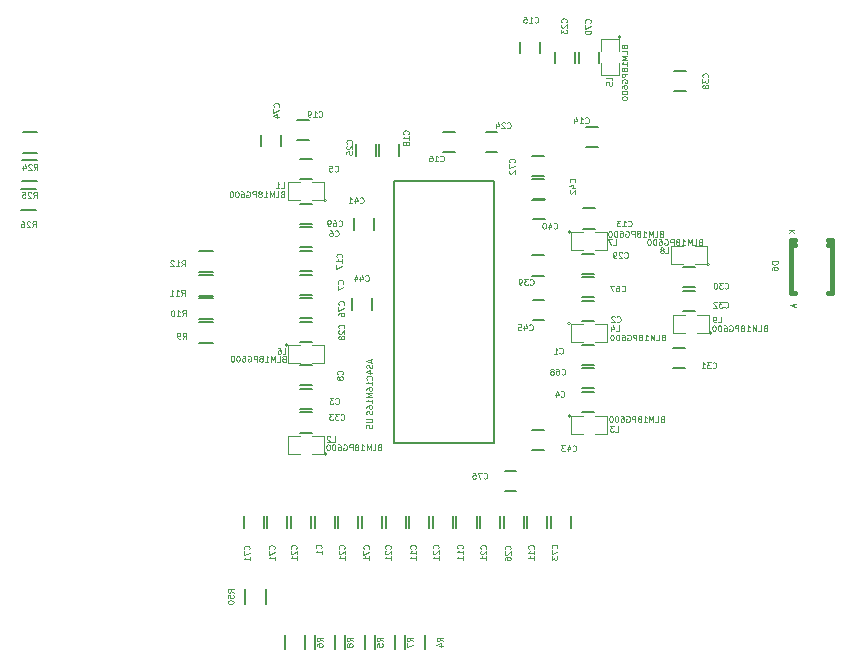
<source format=gbr>
G04 #@! TF.FileFunction,Legend,Bot*
%FSLAX46Y46*%
G04 Gerber Fmt 4.6, Leading zero omitted, Abs format (unit mm)*
G04 Created by KiCad (PCBNEW 0.201505061231+5645~23~ubuntu14.04.1-product) date sáb 09 may 2015 19:30:18 ART*
%MOMM*%
G01*
G04 APERTURE LIST*
%ADD10C,0.100000*%
%ADD11C,0.381000*%
%ADD12C,0.099060*%
%ADD13C,0.150000*%
%ADD14C,0.125000*%
G04 APERTURE END LIST*
D10*
D11*
X107340400Y-49641760D02*
X107690920Y-49641760D01*
X110840520Y-49641760D02*
X110490000Y-49641760D01*
X107340400Y-49192180D02*
X107690920Y-49192180D01*
X107340400Y-53693060D02*
X107690920Y-53693060D01*
X110840520Y-53693060D02*
X110490000Y-53693060D01*
X110840520Y-49192180D02*
X110490000Y-49192180D01*
X107340400Y-53693060D02*
X107340400Y-49192180D01*
X110840520Y-53693060D02*
X110840520Y-49192180D01*
D12*
X68003000Y-45837000D02*
G75*
G03X68003000Y-45837000I-127000J0D01*
G01*
X66733000Y-45837000D02*
X67749000Y-45837000D01*
X67749000Y-45837000D02*
X67749000Y-44313000D01*
X67749000Y-44313000D02*
X66733000Y-44313000D01*
X65717000Y-44313000D02*
X64701000Y-44313000D01*
X64701000Y-44313000D02*
X64701000Y-45837000D01*
X64701000Y-45837000D02*
X65717000Y-45837000D01*
X68053000Y-67312000D02*
G75*
G03X68053000Y-67312000I-127000J0D01*
G01*
X66783000Y-67312000D02*
X67799000Y-67312000D01*
X67799000Y-67312000D02*
X67799000Y-65788000D01*
X67799000Y-65788000D02*
X66783000Y-65788000D01*
X65767000Y-65788000D02*
X64751000Y-65788000D01*
X64751000Y-65788000D02*
X64751000Y-67312000D01*
X64751000Y-67312000D02*
X65767000Y-67312000D01*
X88676000Y-64088000D02*
G75*
G03X88676000Y-64088000I-127000J0D01*
G01*
X89692000Y-64088000D02*
X88676000Y-64088000D01*
X88676000Y-64088000D02*
X88676000Y-65612000D01*
X88676000Y-65612000D02*
X89692000Y-65612000D01*
X90708000Y-65612000D02*
X91724000Y-65612000D01*
X91724000Y-65612000D02*
X91724000Y-64088000D01*
X91724000Y-64088000D02*
X90708000Y-64088000D01*
X88676000Y-56288000D02*
G75*
G03X88676000Y-56288000I-127000J0D01*
G01*
X89692000Y-56288000D02*
X88676000Y-56288000D01*
X88676000Y-56288000D02*
X88676000Y-57812000D01*
X88676000Y-57812000D02*
X89692000Y-57812000D01*
X90708000Y-57812000D02*
X91724000Y-57812000D01*
X91724000Y-57812000D02*
X91724000Y-56288000D01*
X91724000Y-56288000D02*
X90708000Y-56288000D01*
X92914000Y-32024000D02*
G75*
G03X92914000Y-32024000I-127000J0D01*
G01*
X92787000Y-33167000D02*
X92787000Y-32151000D01*
X92787000Y-32151000D02*
X91263000Y-32151000D01*
X91263000Y-32151000D02*
X91263000Y-33167000D01*
X91263000Y-34183000D02*
X91263000Y-35199000D01*
X91263000Y-35199000D02*
X92787000Y-35199000D01*
X92787000Y-35199000D02*
X92787000Y-34183000D01*
X64701000Y-58088000D02*
G75*
G03X64701000Y-58088000I-127000J0D01*
G01*
X65717000Y-58088000D02*
X64701000Y-58088000D01*
X64701000Y-58088000D02*
X64701000Y-59612000D01*
X64701000Y-59612000D02*
X65717000Y-59612000D01*
X66733000Y-59612000D02*
X67749000Y-59612000D01*
X67749000Y-59612000D02*
X67749000Y-58088000D01*
X67749000Y-58088000D02*
X66733000Y-58088000D01*
X88676000Y-48513000D02*
G75*
G03X88676000Y-48513000I-127000J0D01*
G01*
X89692000Y-48513000D02*
X88676000Y-48513000D01*
X88676000Y-48513000D02*
X88676000Y-50037000D01*
X88676000Y-50037000D02*
X89692000Y-50037000D01*
X90708000Y-50037000D02*
X91724000Y-50037000D01*
X91724000Y-50037000D02*
X91724000Y-48513000D01*
X91724000Y-48513000D02*
X90708000Y-48513000D01*
X100428000Y-51237000D02*
G75*
G03X100428000Y-51237000I-127000J0D01*
G01*
X99158000Y-51237000D02*
X100174000Y-51237000D01*
X100174000Y-51237000D02*
X100174000Y-49713000D01*
X100174000Y-49713000D02*
X99158000Y-49713000D01*
X98142000Y-49713000D02*
X97126000Y-49713000D01*
X97126000Y-49713000D02*
X97126000Y-51237000D01*
X97126000Y-51237000D02*
X98142000Y-51237000D01*
X100653000Y-57087000D02*
G75*
G03X100653000Y-57087000I-127000J0D01*
G01*
X99383000Y-57087000D02*
X100399000Y-57087000D01*
X100399000Y-57087000D02*
X100399000Y-55563000D01*
X100399000Y-55563000D02*
X99383000Y-55563000D01*
X98367000Y-55563000D02*
X97351000Y-55563000D01*
X97351000Y-55563000D02*
X97351000Y-57087000D01*
X97351000Y-57087000D02*
X98367000Y-57087000D01*
D13*
X73683000Y-66404500D02*
X82192000Y-66404500D01*
X82192000Y-66404500D02*
X82192000Y-44179500D01*
X82192000Y-44179500D02*
X73683000Y-44179500D01*
X73683000Y-44179500D02*
X73683000Y-66404500D01*
X89650000Y-58050000D02*
X90650000Y-58050000D01*
X90650000Y-59750000D02*
X89650000Y-59750000D01*
X89625000Y-54350000D02*
X90625000Y-54350000D01*
X90625000Y-56050000D02*
X89625000Y-56050000D01*
X66775000Y-63500000D02*
X65775000Y-63500000D01*
X65775000Y-61800000D02*
X66775000Y-61800000D01*
X89650000Y-62050000D02*
X90650000Y-62050000D01*
X90650000Y-63750000D02*
X89650000Y-63750000D01*
X66775000Y-44075000D02*
X65775000Y-44075000D01*
X65775000Y-42375000D02*
X66775000Y-42375000D01*
X66775000Y-49825000D02*
X65775000Y-49825000D01*
X65775000Y-48125000D02*
X66775000Y-48125000D01*
X66775000Y-53822500D02*
X65775000Y-53822500D01*
X65775000Y-52122500D02*
X66775000Y-52122500D01*
X66775000Y-61500000D02*
X65775000Y-61500000D01*
X65775000Y-59800000D02*
X66775000Y-59800000D01*
X67000000Y-73600000D02*
X67000000Y-72600000D01*
X68700000Y-72600000D02*
X68700000Y-73600000D01*
X75000000Y-73600000D02*
X75000000Y-72600000D01*
X76700000Y-72600000D02*
X76700000Y-73600000D01*
X79000000Y-73600000D02*
X79000000Y-72600000D01*
X80700000Y-72600000D02*
X80700000Y-73600000D01*
X85000000Y-73600000D02*
X85000000Y-72600000D01*
X86700000Y-72600000D02*
X86700000Y-73600000D01*
X89700000Y-46525000D02*
X90700000Y-46525000D01*
X90700000Y-48225000D02*
X89700000Y-48225000D01*
X89975000Y-39625000D02*
X90975000Y-39625000D01*
X90975000Y-41325000D02*
X89975000Y-41325000D01*
X86100000Y-32400000D02*
X86100000Y-33400000D01*
X84400000Y-33400000D02*
X84400000Y-32400000D01*
X78870000Y-41770000D02*
X77870000Y-41770000D01*
X77870000Y-40070000D02*
X78870000Y-40070000D01*
X66775000Y-51825000D02*
X65775000Y-51825000D01*
X65775000Y-50125000D02*
X66775000Y-50125000D01*
X72475000Y-42050000D02*
X72475000Y-41050000D01*
X74175000Y-41050000D02*
X74175000Y-42050000D01*
X65500000Y-39050000D02*
X66500000Y-39050000D01*
X66500000Y-40750000D02*
X65500000Y-40750000D01*
X81000000Y-73600000D02*
X81000000Y-72600000D01*
X82700000Y-72600000D02*
X82700000Y-73600000D01*
X77000000Y-73600000D02*
X77000000Y-72600000D01*
X78700000Y-72600000D02*
X78700000Y-73600000D01*
X65000000Y-73600000D02*
X65000000Y-72600000D01*
X66700000Y-72600000D02*
X66700000Y-73600000D01*
X89050000Y-33250000D02*
X89050000Y-34250000D01*
X87350000Y-34250000D02*
X87350000Y-33250000D01*
X82470000Y-41770000D02*
X81470000Y-41770000D01*
X81470000Y-40070000D02*
X82470000Y-40070000D01*
X70475000Y-42050000D02*
X70475000Y-41050000D01*
X72175000Y-41050000D02*
X72175000Y-42050000D01*
X73000000Y-73600000D02*
X73000000Y-72600000D01*
X74700000Y-72600000D02*
X74700000Y-73600000D01*
X69000000Y-73600000D02*
X69000000Y-72600000D01*
X70700000Y-72600000D02*
X70700000Y-73600000D01*
X66775000Y-57825000D02*
X65775000Y-57825000D01*
X65775000Y-56125000D02*
X66775000Y-56125000D01*
X89625000Y-50350000D02*
X90625000Y-50350000D01*
X90625000Y-52050000D02*
X89625000Y-52050000D01*
X99225000Y-53200000D02*
X98225000Y-53200000D01*
X98225000Y-51500000D02*
X99225000Y-51500000D01*
X98350000Y-60025000D02*
X97350000Y-60025000D01*
X97350000Y-58325000D02*
X98350000Y-58325000D01*
X99225000Y-55200000D02*
X98225000Y-55200000D01*
X98225000Y-53500000D02*
X99225000Y-53500000D01*
X65775000Y-63800000D02*
X66775000Y-63800000D01*
X66775000Y-65500000D02*
X65775000Y-65500000D01*
X97400000Y-34850000D02*
X98400000Y-34850000D01*
X98400000Y-36550000D02*
X97400000Y-36550000D01*
X86438500Y-52205000D02*
X85438500Y-52205000D01*
X85438500Y-50505000D02*
X86438500Y-50505000D01*
X86490000Y-47440000D02*
X85490000Y-47440000D01*
X85490000Y-45740000D02*
X86490000Y-45740000D01*
X72050000Y-47375000D02*
X72050000Y-48375000D01*
X70350000Y-48375000D02*
X70350000Y-47375000D01*
X86425000Y-45775000D02*
X85425000Y-45775000D01*
X85425000Y-44075000D02*
X86425000Y-44075000D01*
X86400000Y-66975000D02*
X85400000Y-66975000D01*
X85400000Y-65275000D02*
X86400000Y-65275000D01*
X70175000Y-55125000D02*
X70175000Y-54125000D01*
X71875000Y-54125000D02*
X71875000Y-55125000D01*
X86450000Y-55975000D02*
X85450000Y-55975000D01*
X85450000Y-54275000D02*
X86450000Y-54275000D01*
X89625000Y-52350000D02*
X90625000Y-52350000D01*
X90625000Y-54050000D02*
X89625000Y-54050000D01*
X89650000Y-60050000D02*
X90650000Y-60050000D01*
X90650000Y-61750000D02*
X89650000Y-61750000D01*
X66775000Y-47825000D02*
X65775000Y-47825000D01*
X65775000Y-46125000D02*
X66775000Y-46125000D01*
X91050000Y-33250000D02*
X91050000Y-34250000D01*
X89350000Y-34250000D02*
X89350000Y-33250000D01*
X62997000Y-73600000D02*
X62997000Y-72600000D01*
X64697000Y-72600000D02*
X64697000Y-73600000D01*
X86425000Y-43775000D02*
X85425000Y-43775000D01*
X85425000Y-42075000D02*
X86425000Y-42075000D01*
X87000000Y-73600000D02*
X87000000Y-72600000D01*
X88700000Y-72600000D02*
X88700000Y-73600000D01*
X60994000Y-73600000D02*
X60994000Y-72600000D01*
X62694000Y-72600000D02*
X62694000Y-73600000D01*
X71000000Y-73600000D02*
X71000000Y-72600000D01*
X72700000Y-72600000D02*
X72700000Y-73600000D01*
X66775000Y-55825000D02*
X65775000Y-55825000D01*
X65775000Y-54125000D02*
X66775000Y-54125000D01*
X74626500Y-82648500D02*
X74626500Y-83848500D01*
X76376500Y-83848500D02*
X76376500Y-82648500D01*
X69546500Y-82648500D02*
X69546500Y-83848500D01*
X71296500Y-83848500D02*
X71296500Y-82648500D01*
X64466500Y-82648500D02*
X64466500Y-83848500D01*
X66216500Y-83848500D02*
X66216500Y-82648500D01*
X72086500Y-82648500D02*
X72086500Y-83848500D01*
X73836500Y-83848500D02*
X73836500Y-82648500D01*
X67006500Y-82648500D02*
X67006500Y-83848500D01*
X68756500Y-83848500D02*
X68756500Y-82648500D01*
X58425000Y-56150000D02*
X57225000Y-56150000D01*
X57225000Y-57900000D02*
X58425000Y-57900000D01*
X58425000Y-54150000D02*
X57225000Y-54150000D01*
X57225000Y-55900000D02*
X58425000Y-55900000D01*
X58425000Y-52150000D02*
X57225000Y-52150000D01*
X57225000Y-53900000D02*
X58425000Y-53900000D01*
X58425000Y-50150000D02*
X57225000Y-50150000D01*
X57225000Y-51900000D02*
X58425000Y-51900000D01*
X43500600Y-40069800D02*
X42300600Y-40069800D01*
X42300600Y-41819800D02*
X43500600Y-41819800D01*
X43449800Y-42432000D02*
X42249800Y-42432000D01*
X42249800Y-44182000D02*
X43449800Y-44182000D01*
X43373600Y-44921200D02*
X42173600Y-44921200D01*
X42173600Y-46671200D02*
X43373600Y-46671200D01*
X62875000Y-79975000D02*
X62875000Y-78775000D01*
X61125000Y-78775000D02*
X61125000Y-79975000D01*
X83000000Y-73600000D02*
X83000000Y-72600000D01*
X84700000Y-72600000D02*
X84700000Y-73600000D01*
X64175000Y-40275000D02*
X64175000Y-41275000D01*
X62475000Y-41275000D02*
X62475000Y-40275000D01*
X83075000Y-68775000D02*
X84075000Y-68775000D01*
X84075000Y-70475000D02*
X83075000Y-70475000D01*
D14*
X106205150Y-51010073D02*
X105705150Y-51010073D01*
X105705150Y-51129120D01*
X105728960Y-51200549D01*
X105776579Y-51248168D01*
X105824198Y-51271977D01*
X105919436Y-51295787D01*
X105990865Y-51295787D01*
X106086103Y-51271977D01*
X106133722Y-51248168D01*
X106181341Y-51200549D01*
X106205150Y-51129120D01*
X106205150Y-51010073D01*
X105705150Y-51724358D02*
X105705150Y-51629120D01*
X105728960Y-51581501D01*
X105752770Y-51557692D01*
X105824198Y-51510073D01*
X105919436Y-51486263D01*
X106109912Y-51486263D01*
X106157531Y-51510073D01*
X106181341Y-51533882D01*
X106205150Y-51581501D01*
X106205150Y-51676739D01*
X106181341Y-51724358D01*
X106157531Y-51748168D01*
X106109912Y-51771977D01*
X105990865Y-51771977D01*
X105943246Y-51748168D01*
X105919436Y-51724358D01*
X105895627Y-51676739D01*
X105895627Y-51581501D01*
X105919436Y-51533882D01*
X105943246Y-51510073D01*
X105990865Y-51486263D01*
X107573593Y-54623033D02*
X107573593Y-54861128D01*
X107716450Y-54575414D02*
X107216450Y-54742081D01*
X107716450Y-54908747D01*
X107617390Y-48311928D02*
X107117390Y-48311928D01*
X107617390Y-48597642D02*
X107331676Y-48383356D01*
X107117390Y-48597642D02*
X107403105Y-48311928D01*
X64158333Y-44826190D02*
X64396428Y-44826190D01*
X64396428Y-44326190D01*
X63729762Y-44826190D02*
X64015476Y-44826190D01*
X63872619Y-44826190D02*
X63872619Y-44326190D01*
X63920238Y-44397619D01*
X63967857Y-44445238D01*
X64015476Y-44469048D01*
X64267856Y-45314286D02*
X64196427Y-45338095D01*
X64172618Y-45361905D01*
X64148808Y-45409524D01*
X64148808Y-45480952D01*
X64172618Y-45528571D01*
X64196427Y-45552381D01*
X64244046Y-45576190D01*
X64434522Y-45576190D01*
X64434522Y-45076190D01*
X64267856Y-45076190D01*
X64220237Y-45100000D01*
X64196427Y-45123810D01*
X64172618Y-45171429D01*
X64172618Y-45219048D01*
X64196427Y-45266667D01*
X64220237Y-45290476D01*
X64267856Y-45314286D01*
X64434522Y-45314286D01*
X63696427Y-45576190D02*
X63934522Y-45576190D01*
X63934522Y-45076190D01*
X63529760Y-45576190D02*
X63529760Y-45076190D01*
X63363094Y-45433333D01*
X63196427Y-45076190D01*
X63196427Y-45576190D01*
X62696427Y-45576190D02*
X62982141Y-45576190D01*
X62839284Y-45576190D02*
X62839284Y-45076190D01*
X62886903Y-45147619D01*
X62934522Y-45195238D01*
X62982141Y-45219048D01*
X62410713Y-45290476D02*
X62458332Y-45266667D01*
X62482141Y-45242857D01*
X62505951Y-45195238D01*
X62505951Y-45171429D01*
X62482141Y-45123810D01*
X62458332Y-45100000D01*
X62410713Y-45076190D01*
X62315475Y-45076190D01*
X62267856Y-45100000D01*
X62244046Y-45123810D01*
X62220237Y-45171429D01*
X62220237Y-45195238D01*
X62244046Y-45242857D01*
X62267856Y-45266667D01*
X62315475Y-45290476D01*
X62410713Y-45290476D01*
X62458332Y-45314286D01*
X62482141Y-45338095D01*
X62505951Y-45385714D01*
X62505951Y-45480952D01*
X62482141Y-45528571D01*
X62458332Y-45552381D01*
X62410713Y-45576190D01*
X62315475Y-45576190D01*
X62267856Y-45552381D01*
X62244046Y-45528571D01*
X62220237Y-45480952D01*
X62220237Y-45385714D01*
X62244046Y-45338095D01*
X62267856Y-45314286D01*
X62315475Y-45290476D01*
X62005951Y-45576190D02*
X62005951Y-45076190D01*
X61815475Y-45076190D01*
X61767856Y-45100000D01*
X61744047Y-45123810D01*
X61720237Y-45171429D01*
X61720237Y-45242857D01*
X61744047Y-45290476D01*
X61767856Y-45314286D01*
X61815475Y-45338095D01*
X62005951Y-45338095D01*
X61244047Y-45100000D02*
X61291666Y-45076190D01*
X61363094Y-45076190D01*
X61434523Y-45100000D01*
X61482142Y-45147619D01*
X61505951Y-45195238D01*
X61529761Y-45290476D01*
X61529761Y-45361905D01*
X61505951Y-45457143D01*
X61482142Y-45504762D01*
X61434523Y-45552381D01*
X61363094Y-45576190D01*
X61315475Y-45576190D01*
X61244047Y-45552381D01*
X61220237Y-45528571D01*
X61220237Y-45361905D01*
X61315475Y-45361905D01*
X60791666Y-45076190D02*
X60886904Y-45076190D01*
X60934523Y-45100000D01*
X60958332Y-45123810D01*
X61005951Y-45195238D01*
X61029761Y-45290476D01*
X61029761Y-45480952D01*
X61005951Y-45528571D01*
X60982142Y-45552381D01*
X60934523Y-45576190D01*
X60839285Y-45576190D01*
X60791666Y-45552381D01*
X60767856Y-45528571D01*
X60744047Y-45480952D01*
X60744047Y-45361905D01*
X60767856Y-45314286D01*
X60791666Y-45290476D01*
X60839285Y-45266667D01*
X60934523Y-45266667D01*
X60982142Y-45290476D01*
X61005951Y-45314286D01*
X61029761Y-45361905D01*
X60434523Y-45076190D02*
X60386904Y-45076190D01*
X60339285Y-45100000D01*
X60315476Y-45123810D01*
X60291666Y-45171429D01*
X60267857Y-45266667D01*
X60267857Y-45385714D01*
X60291666Y-45480952D01*
X60315476Y-45528571D01*
X60339285Y-45552381D01*
X60386904Y-45576190D01*
X60434523Y-45576190D01*
X60482142Y-45552381D01*
X60505952Y-45528571D01*
X60529761Y-45480952D01*
X60553571Y-45385714D01*
X60553571Y-45266667D01*
X60529761Y-45171429D01*
X60505952Y-45123810D01*
X60482142Y-45100000D01*
X60434523Y-45076190D01*
X59958333Y-45076190D02*
X59910714Y-45076190D01*
X59863095Y-45100000D01*
X59839286Y-45123810D01*
X59815476Y-45171429D01*
X59791667Y-45266667D01*
X59791667Y-45385714D01*
X59815476Y-45480952D01*
X59839286Y-45528571D01*
X59863095Y-45552381D01*
X59910714Y-45576190D01*
X59958333Y-45576190D01*
X60005952Y-45552381D01*
X60029762Y-45528571D01*
X60053571Y-45480952D01*
X60077381Y-45385714D01*
X60077381Y-45266667D01*
X60053571Y-45171429D01*
X60029762Y-45123810D01*
X60005952Y-45100000D01*
X59958333Y-45076190D01*
X68458333Y-66301190D02*
X68696428Y-66301190D01*
X68696428Y-65801190D01*
X68315476Y-65848810D02*
X68291666Y-65825000D01*
X68244047Y-65801190D01*
X68125000Y-65801190D01*
X68077381Y-65825000D01*
X68053571Y-65848810D01*
X68029762Y-65896429D01*
X68029762Y-65944048D01*
X68053571Y-66015476D01*
X68339285Y-66301190D01*
X68029762Y-66301190D01*
X72467856Y-66739286D02*
X72396427Y-66763095D01*
X72372618Y-66786905D01*
X72348808Y-66834524D01*
X72348808Y-66905952D01*
X72372618Y-66953571D01*
X72396427Y-66977381D01*
X72444046Y-67001190D01*
X72634522Y-67001190D01*
X72634522Y-66501190D01*
X72467856Y-66501190D01*
X72420237Y-66525000D01*
X72396427Y-66548810D01*
X72372618Y-66596429D01*
X72372618Y-66644048D01*
X72396427Y-66691667D01*
X72420237Y-66715476D01*
X72467856Y-66739286D01*
X72634522Y-66739286D01*
X71896427Y-67001190D02*
X72134522Y-67001190D01*
X72134522Y-66501190D01*
X71729760Y-67001190D02*
X71729760Y-66501190D01*
X71563094Y-66858333D01*
X71396427Y-66501190D01*
X71396427Y-67001190D01*
X70896427Y-67001190D02*
X71182141Y-67001190D01*
X71039284Y-67001190D02*
X71039284Y-66501190D01*
X71086903Y-66572619D01*
X71134522Y-66620238D01*
X71182141Y-66644048D01*
X70610713Y-66715476D02*
X70658332Y-66691667D01*
X70682141Y-66667857D01*
X70705951Y-66620238D01*
X70705951Y-66596429D01*
X70682141Y-66548810D01*
X70658332Y-66525000D01*
X70610713Y-66501190D01*
X70515475Y-66501190D01*
X70467856Y-66525000D01*
X70444046Y-66548810D01*
X70420237Y-66596429D01*
X70420237Y-66620238D01*
X70444046Y-66667857D01*
X70467856Y-66691667D01*
X70515475Y-66715476D01*
X70610713Y-66715476D01*
X70658332Y-66739286D01*
X70682141Y-66763095D01*
X70705951Y-66810714D01*
X70705951Y-66905952D01*
X70682141Y-66953571D01*
X70658332Y-66977381D01*
X70610713Y-67001190D01*
X70515475Y-67001190D01*
X70467856Y-66977381D01*
X70444046Y-66953571D01*
X70420237Y-66905952D01*
X70420237Y-66810714D01*
X70444046Y-66763095D01*
X70467856Y-66739286D01*
X70515475Y-66715476D01*
X70205951Y-67001190D02*
X70205951Y-66501190D01*
X70015475Y-66501190D01*
X69967856Y-66525000D01*
X69944047Y-66548810D01*
X69920237Y-66596429D01*
X69920237Y-66667857D01*
X69944047Y-66715476D01*
X69967856Y-66739286D01*
X70015475Y-66763095D01*
X70205951Y-66763095D01*
X69444047Y-66525000D02*
X69491666Y-66501190D01*
X69563094Y-66501190D01*
X69634523Y-66525000D01*
X69682142Y-66572619D01*
X69705951Y-66620238D01*
X69729761Y-66715476D01*
X69729761Y-66786905D01*
X69705951Y-66882143D01*
X69682142Y-66929762D01*
X69634523Y-66977381D01*
X69563094Y-67001190D01*
X69515475Y-67001190D01*
X69444047Y-66977381D01*
X69420237Y-66953571D01*
X69420237Y-66786905D01*
X69515475Y-66786905D01*
X68991666Y-66501190D02*
X69086904Y-66501190D01*
X69134523Y-66525000D01*
X69158332Y-66548810D01*
X69205951Y-66620238D01*
X69229761Y-66715476D01*
X69229761Y-66905952D01*
X69205951Y-66953571D01*
X69182142Y-66977381D01*
X69134523Y-67001190D01*
X69039285Y-67001190D01*
X68991666Y-66977381D01*
X68967856Y-66953571D01*
X68944047Y-66905952D01*
X68944047Y-66786905D01*
X68967856Y-66739286D01*
X68991666Y-66715476D01*
X69039285Y-66691667D01*
X69134523Y-66691667D01*
X69182142Y-66715476D01*
X69205951Y-66739286D01*
X69229761Y-66786905D01*
X68634523Y-66501190D02*
X68586904Y-66501190D01*
X68539285Y-66525000D01*
X68515476Y-66548810D01*
X68491666Y-66596429D01*
X68467857Y-66691667D01*
X68467857Y-66810714D01*
X68491666Y-66905952D01*
X68515476Y-66953571D01*
X68539285Y-66977381D01*
X68586904Y-67001190D01*
X68634523Y-67001190D01*
X68682142Y-66977381D01*
X68705952Y-66953571D01*
X68729761Y-66905952D01*
X68753571Y-66810714D01*
X68753571Y-66691667D01*
X68729761Y-66596429D01*
X68705952Y-66548810D01*
X68682142Y-66525000D01*
X68634523Y-66501190D01*
X68158333Y-66501190D02*
X68110714Y-66501190D01*
X68063095Y-66525000D01*
X68039286Y-66548810D01*
X68015476Y-66596429D01*
X67991667Y-66691667D01*
X67991667Y-66810714D01*
X68015476Y-66905952D01*
X68039286Y-66953571D01*
X68063095Y-66977381D01*
X68110714Y-67001190D01*
X68158333Y-67001190D01*
X68205952Y-66977381D01*
X68229762Y-66953571D01*
X68253571Y-66905952D01*
X68277381Y-66810714D01*
X68277381Y-66691667D01*
X68253571Y-66596429D01*
X68229762Y-66548810D01*
X68205952Y-66525000D01*
X68158333Y-66501190D01*
X92433333Y-65426190D02*
X92671428Y-65426190D01*
X92671428Y-64926190D01*
X92314285Y-64926190D02*
X92004762Y-64926190D01*
X92171428Y-65116667D01*
X92100000Y-65116667D01*
X92052381Y-65140476D01*
X92028571Y-65164286D01*
X92004762Y-65211905D01*
X92004762Y-65330952D01*
X92028571Y-65378571D01*
X92052381Y-65402381D01*
X92100000Y-65426190D01*
X92242857Y-65426190D01*
X92290476Y-65402381D01*
X92314285Y-65378571D01*
X96417856Y-64339286D02*
X96346427Y-64363095D01*
X96322618Y-64386905D01*
X96298808Y-64434524D01*
X96298808Y-64505952D01*
X96322618Y-64553571D01*
X96346427Y-64577381D01*
X96394046Y-64601190D01*
X96584522Y-64601190D01*
X96584522Y-64101190D01*
X96417856Y-64101190D01*
X96370237Y-64125000D01*
X96346427Y-64148810D01*
X96322618Y-64196429D01*
X96322618Y-64244048D01*
X96346427Y-64291667D01*
X96370237Y-64315476D01*
X96417856Y-64339286D01*
X96584522Y-64339286D01*
X95846427Y-64601190D02*
X96084522Y-64601190D01*
X96084522Y-64101190D01*
X95679760Y-64601190D02*
X95679760Y-64101190D01*
X95513094Y-64458333D01*
X95346427Y-64101190D01*
X95346427Y-64601190D01*
X94846427Y-64601190D02*
X95132141Y-64601190D01*
X94989284Y-64601190D02*
X94989284Y-64101190D01*
X95036903Y-64172619D01*
X95084522Y-64220238D01*
X95132141Y-64244048D01*
X94560713Y-64315476D02*
X94608332Y-64291667D01*
X94632141Y-64267857D01*
X94655951Y-64220238D01*
X94655951Y-64196429D01*
X94632141Y-64148810D01*
X94608332Y-64125000D01*
X94560713Y-64101190D01*
X94465475Y-64101190D01*
X94417856Y-64125000D01*
X94394046Y-64148810D01*
X94370237Y-64196429D01*
X94370237Y-64220238D01*
X94394046Y-64267857D01*
X94417856Y-64291667D01*
X94465475Y-64315476D01*
X94560713Y-64315476D01*
X94608332Y-64339286D01*
X94632141Y-64363095D01*
X94655951Y-64410714D01*
X94655951Y-64505952D01*
X94632141Y-64553571D01*
X94608332Y-64577381D01*
X94560713Y-64601190D01*
X94465475Y-64601190D01*
X94417856Y-64577381D01*
X94394046Y-64553571D01*
X94370237Y-64505952D01*
X94370237Y-64410714D01*
X94394046Y-64363095D01*
X94417856Y-64339286D01*
X94465475Y-64315476D01*
X94155951Y-64601190D02*
X94155951Y-64101190D01*
X93965475Y-64101190D01*
X93917856Y-64125000D01*
X93894047Y-64148810D01*
X93870237Y-64196429D01*
X93870237Y-64267857D01*
X93894047Y-64315476D01*
X93917856Y-64339286D01*
X93965475Y-64363095D01*
X94155951Y-64363095D01*
X93394047Y-64125000D02*
X93441666Y-64101190D01*
X93513094Y-64101190D01*
X93584523Y-64125000D01*
X93632142Y-64172619D01*
X93655951Y-64220238D01*
X93679761Y-64315476D01*
X93679761Y-64386905D01*
X93655951Y-64482143D01*
X93632142Y-64529762D01*
X93584523Y-64577381D01*
X93513094Y-64601190D01*
X93465475Y-64601190D01*
X93394047Y-64577381D01*
X93370237Y-64553571D01*
X93370237Y-64386905D01*
X93465475Y-64386905D01*
X92941666Y-64101190D02*
X93036904Y-64101190D01*
X93084523Y-64125000D01*
X93108332Y-64148810D01*
X93155951Y-64220238D01*
X93179761Y-64315476D01*
X93179761Y-64505952D01*
X93155951Y-64553571D01*
X93132142Y-64577381D01*
X93084523Y-64601190D01*
X92989285Y-64601190D01*
X92941666Y-64577381D01*
X92917856Y-64553571D01*
X92894047Y-64505952D01*
X92894047Y-64386905D01*
X92917856Y-64339286D01*
X92941666Y-64315476D01*
X92989285Y-64291667D01*
X93084523Y-64291667D01*
X93132142Y-64315476D01*
X93155951Y-64339286D01*
X93179761Y-64386905D01*
X92584523Y-64101190D02*
X92536904Y-64101190D01*
X92489285Y-64125000D01*
X92465476Y-64148810D01*
X92441666Y-64196429D01*
X92417857Y-64291667D01*
X92417857Y-64410714D01*
X92441666Y-64505952D01*
X92465476Y-64553571D01*
X92489285Y-64577381D01*
X92536904Y-64601190D01*
X92584523Y-64601190D01*
X92632142Y-64577381D01*
X92655952Y-64553571D01*
X92679761Y-64505952D01*
X92703571Y-64410714D01*
X92703571Y-64291667D01*
X92679761Y-64196429D01*
X92655952Y-64148810D01*
X92632142Y-64125000D01*
X92584523Y-64101190D01*
X92108333Y-64101190D02*
X92060714Y-64101190D01*
X92013095Y-64125000D01*
X91989286Y-64148810D01*
X91965476Y-64196429D01*
X91941667Y-64291667D01*
X91941667Y-64410714D01*
X91965476Y-64505952D01*
X91989286Y-64553571D01*
X92013095Y-64577381D01*
X92060714Y-64601190D01*
X92108333Y-64601190D01*
X92155952Y-64577381D01*
X92179762Y-64553571D01*
X92203571Y-64505952D01*
X92227381Y-64410714D01*
X92227381Y-64291667D01*
X92203571Y-64196429D01*
X92179762Y-64148810D01*
X92155952Y-64125000D01*
X92108333Y-64101190D01*
X92498333Y-56902190D02*
X92736428Y-56902190D01*
X92736428Y-56402190D01*
X92117381Y-56568857D02*
X92117381Y-56902190D01*
X92236428Y-56378381D02*
X92355476Y-56735524D01*
X92045952Y-56735524D01*
X96507856Y-57440286D02*
X96436427Y-57464095D01*
X96412618Y-57487905D01*
X96388808Y-57535524D01*
X96388808Y-57606952D01*
X96412618Y-57654571D01*
X96436427Y-57678381D01*
X96484046Y-57702190D01*
X96674522Y-57702190D01*
X96674522Y-57202190D01*
X96507856Y-57202190D01*
X96460237Y-57226000D01*
X96436427Y-57249810D01*
X96412618Y-57297429D01*
X96412618Y-57345048D01*
X96436427Y-57392667D01*
X96460237Y-57416476D01*
X96507856Y-57440286D01*
X96674522Y-57440286D01*
X95936427Y-57702190D02*
X96174522Y-57702190D01*
X96174522Y-57202190D01*
X95769760Y-57702190D02*
X95769760Y-57202190D01*
X95603094Y-57559333D01*
X95436427Y-57202190D01*
X95436427Y-57702190D01*
X94936427Y-57702190D02*
X95222141Y-57702190D01*
X95079284Y-57702190D02*
X95079284Y-57202190D01*
X95126903Y-57273619D01*
X95174522Y-57321238D01*
X95222141Y-57345048D01*
X94650713Y-57416476D02*
X94698332Y-57392667D01*
X94722141Y-57368857D01*
X94745951Y-57321238D01*
X94745951Y-57297429D01*
X94722141Y-57249810D01*
X94698332Y-57226000D01*
X94650713Y-57202190D01*
X94555475Y-57202190D01*
X94507856Y-57226000D01*
X94484046Y-57249810D01*
X94460237Y-57297429D01*
X94460237Y-57321238D01*
X94484046Y-57368857D01*
X94507856Y-57392667D01*
X94555475Y-57416476D01*
X94650713Y-57416476D01*
X94698332Y-57440286D01*
X94722141Y-57464095D01*
X94745951Y-57511714D01*
X94745951Y-57606952D01*
X94722141Y-57654571D01*
X94698332Y-57678381D01*
X94650713Y-57702190D01*
X94555475Y-57702190D01*
X94507856Y-57678381D01*
X94484046Y-57654571D01*
X94460237Y-57606952D01*
X94460237Y-57511714D01*
X94484046Y-57464095D01*
X94507856Y-57440286D01*
X94555475Y-57416476D01*
X94245951Y-57702190D02*
X94245951Y-57202190D01*
X94055475Y-57202190D01*
X94007856Y-57226000D01*
X93984047Y-57249810D01*
X93960237Y-57297429D01*
X93960237Y-57368857D01*
X93984047Y-57416476D01*
X94007856Y-57440286D01*
X94055475Y-57464095D01*
X94245951Y-57464095D01*
X93484047Y-57226000D02*
X93531666Y-57202190D01*
X93603094Y-57202190D01*
X93674523Y-57226000D01*
X93722142Y-57273619D01*
X93745951Y-57321238D01*
X93769761Y-57416476D01*
X93769761Y-57487905D01*
X93745951Y-57583143D01*
X93722142Y-57630762D01*
X93674523Y-57678381D01*
X93603094Y-57702190D01*
X93555475Y-57702190D01*
X93484047Y-57678381D01*
X93460237Y-57654571D01*
X93460237Y-57487905D01*
X93555475Y-57487905D01*
X93031666Y-57202190D02*
X93126904Y-57202190D01*
X93174523Y-57226000D01*
X93198332Y-57249810D01*
X93245951Y-57321238D01*
X93269761Y-57416476D01*
X93269761Y-57606952D01*
X93245951Y-57654571D01*
X93222142Y-57678381D01*
X93174523Y-57702190D01*
X93079285Y-57702190D01*
X93031666Y-57678381D01*
X93007856Y-57654571D01*
X92984047Y-57606952D01*
X92984047Y-57487905D01*
X93007856Y-57440286D01*
X93031666Y-57416476D01*
X93079285Y-57392667D01*
X93174523Y-57392667D01*
X93222142Y-57416476D01*
X93245951Y-57440286D01*
X93269761Y-57487905D01*
X92674523Y-57202190D02*
X92626904Y-57202190D01*
X92579285Y-57226000D01*
X92555476Y-57249810D01*
X92531666Y-57297429D01*
X92507857Y-57392667D01*
X92507857Y-57511714D01*
X92531666Y-57606952D01*
X92555476Y-57654571D01*
X92579285Y-57678381D01*
X92626904Y-57702190D01*
X92674523Y-57702190D01*
X92722142Y-57678381D01*
X92745952Y-57654571D01*
X92769761Y-57606952D01*
X92793571Y-57511714D01*
X92793571Y-57392667D01*
X92769761Y-57297429D01*
X92745952Y-57249810D01*
X92722142Y-57226000D01*
X92674523Y-57202190D01*
X92198333Y-57202190D02*
X92150714Y-57202190D01*
X92103095Y-57226000D01*
X92079286Y-57249810D01*
X92055476Y-57297429D01*
X92031667Y-57392667D01*
X92031667Y-57511714D01*
X92055476Y-57606952D01*
X92079286Y-57654571D01*
X92103095Y-57678381D01*
X92150714Y-57702190D01*
X92198333Y-57702190D01*
X92245952Y-57678381D01*
X92269762Y-57654571D01*
X92293571Y-57606952D01*
X92317381Y-57511714D01*
X92317381Y-57392667D01*
X92293571Y-57297429D01*
X92269762Y-57249810D01*
X92245952Y-57226000D01*
X92198333Y-57202190D01*
X92201190Y-35691667D02*
X92201190Y-35453572D01*
X91701190Y-35453572D01*
X91701190Y-36096429D02*
X91701190Y-35858334D01*
X91939286Y-35834524D01*
X91915476Y-35858334D01*
X91891667Y-35905953D01*
X91891667Y-36025000D01*
X91915476Y-36072619D01*
X91939286Y-36096429D01*
X91986905Y-36120238D01*
X92105952Y-36120238D01*
X92153571Y-36096429D01*
X92177381Y-36072619D01*
X92201190Y-36025000D01*
X92201190Y-35905953D01*
X92177381Y-35858334D01*
X92153571Y-35834524D01*
X93214286Y-32857144D02*
X93238095Y-32928573D01*
X93261905Y-32952382D01*
X93309524Y-32976192D01*
X93380952Y-32976192D01*
X93428571Y-32952382D01*
X93452381Y-32928573D01*
X93476190Y-32880954D01*
X93476190Y-32690478D01*
X92976190Y-32690478D01*
X92976190Y-32857144D01*
X93000000Y-32904763D01*
X93023810Y-32928573D01*
X93071429Y-32952382D01*
X93119048Y-32952382D01*
X93166667Y-32928573D01*
X93190476Y-32904763D01*
X93214286Y-32857144D01*
X93214286Y-32690478D01*
X93476190Y-33428573D02*
X93476190Y-33190478D01*
X92976190Y-33190478D01*
X93476190Y-33595240D02*
X92976190Y-33595240D01*
X93333333Y-33761906D01*
X92976190Y-33928573D01*
X93476190Y-33928573D01*
X93476190Y-34428573D02*
X93476190Y-34142859D01*
X93476190Y-34285716D02*
X92976190Y-34285716D01*
X93047619Y-34238097D01*
X93095238Y-34190478D01*
X93119048Y-34142859D01*
X93190476Y-34714287D02*
X93166667Y-34666668D01*
X93142857Y-34642859D01*
X93095238Y-34619049D01*
X93071429Y-34619049D01*
X93023810Y-34642859D01*
X93000000Y-34666668D01*
X92976190Y-34714287D01*
X92976190Y-34809525D01*
X93000000Y-34857144D01*
X93023810Y-34880954D01*
X93071429Y-34904763D01*
X93095238Y-34904763D01*
X93142857Y-34880954D01*
X93166667Y-34857144D01*
X93190476Y-34809525D01*
X93190476Y-34714287D01*
X93214286Y-34666668D01*
X93238095Y-34642859D01*
X93285714Y-34619049D01*
X93380952Y-34619049D01*
X93428571Y-34642859D01*
X93452381Y-34666668D01*
X93476190Y-34714287D01*
X93476190Y-34809525D01*
X93452381Y-34857144D01*
X93428571Y-34880954D01*
X93380952Y-34904763D01*
X93285714Y-34904763D01*
X93238095Y-34880954D01*
X93214286Y-34857144D01*
X93190476Y-34809525D01*
X93476190Y-35119049D02*
X92976190Y-35119049D01*
X92976190Y-35309525D01*
X93000000Y-35357144D01*
X93023810Y-35380953D01*
X93071429Y-35404763D01*
X93142857Y-35404763D01*
X93190476Y-35380953D01*
X93214286Y-35357144D01*
X93238095Y-35309525D01*
X93238095Y-35119049D01*
X93000000Y-35880953D02*
X92976190Y-35833334D01*
X92976190Y-35761906D01*
X93000000Y-35690477D01*
X93047619Y-35642858D01*
X93095238Y-35619049D01*
X93190476Y-35595239D01*
X93261905Y-35595239D01*
X93357143Y-35619049D01*
X93404762Y-35642858D01*
X93452381Y-35690477D01*
X93476190Y-35761906D01*
X93476190Y-35809525D01*
X93452381Y-35880953D01*
X93428571Y-35904763D01*
X93261905Y-35904763D01*
X93261905Y-35809525D01*
X92976190Y-36333334D02*
X92976190Y-36238096D01*
X93000000Y-36190477D01*
X93023810Y-36166668D01*
X93095238Y-36119049D01*
X93190476Y-36095239D01*
X93380952Y-36095239D01*
X93428571Y-36119049D01*
X93452381Y-36142858D01*
X93476190Y-36190477D01*
X93476190Y-36285715D01*
X93452381Y-36333334D01*
X93428571Y-36357144D01*
X93380952Y-36380953D01*
X93261905Y-36380953D01*
X93214286Y-36357144D01*
X93190476Y-36333334D01*
X93166667Y-36285715D01*
X93166667Y-36190477D01*
X93190476Y-36142858D01*
X93214286Y-36119049D01*
X93261905Y-36095239D01*
X92976190Y-36690477D02*
X92976190Y-36738096D01*
X93000000Y-36785715D01*
X93023810Y-36809524D01*
X93071429Y-36833334D01*
X93166667Y-36857143D01*
X93285714Y-36857143D01*
X93380952Y-36833334D01*
X93428571Y-36809524D01*
X93452381Y-36785715D01*
X93476190Y-36738096D01*
X93476190Y-36690477D01*
X93452381Y-36642858D01*
X93428571Y-36619048D01*
X93380952Y-36595239D01*
X93285714Y-36571429D01*
X93166667Y-36571429D01*
X93071429Y-36595239D01*
X93023810Y-36619048D01*
X93000000Y-36642858D01*
X92976190Y-36690477D01*
X92976190Y-37166667D02*
X92976190Y-37214286D01*
X93000000Y-37261905D01*
X93023810Y-37285714D01*
X93071429Y-37309524D01*
X93166667Y-37333333D01*
X93285714Y-37333333D01*
X93380952Y-37309524D01*
X93428571Y-37285714D01*
X93452381Y-37261905D01*
X93476190Y-37214286D01*
X93476190Y-37166667D01*
X93452381Y-37119048D01*
X93428571Y-37095238D01*
X93380952Y-37071429D01*
X93285714Y-37047619D01*
X93166667Y-37047619D01*
X93071429Y-37071429D01*
X93023810Y-37095238D01*
X93000000Y-37119048D01*
X92976190Y-37166667D01*
X64283333Y-58851190D02*
X64521428Y-58851190D01*
X64521428Y-58351190D01*
X63902381Y-58351190D02*
X63997619Y-58351190D01*
X64045238Y-58375000D01*
X64069047Y-58398810D01*
X64116666Y-58470238D01*
X64140476Y-58565476D01*
X64140476Y-58755952D01*
X64116666Y-58803571D01*
X64092857Y-58827381D01*
X64045238Y-58851190D01*
X63950000Y-58851190D01*
X63902381Y-58827381D01*
X63878571Y-58803571D01*
X63854762Y-58755952D01*
X63854762Y-58636905D01*
X63878571Y-58589286D01*
X63902381Y-58565476D01*
X63950000Y-58541667D01*
X64045238Y-58541667D01*
X64092857Y-58565476D01*
X64116666Y-58589286D01*
X64140476Y-58636905D01*
X64367856Y-59239286D02*
X64296427Y-59263095D01*
X64272618Y-59286905D01*
X64248808Y-59334524D01*
X64248808Y-59405952D01*
X64272618Y-59453571D01*
X64296427Y-59477381D01*
X64344046Y-59501190D01*
X64534522Y-59501190D01*
X64534522Y-59001190D01*
X64367856Y-59001190D01*
X64320237Y-59025000D01*
X64296427Y-59048810D01*
X64272618Y-59096429D01*
X64272618Y-59144048D01*
X64296427Y-59191667D01*
X64320237Y-59215476D01*
X64367856Y-59239286D01*
X64534522Y-59239286D01*
X63796427Y-59501190D02*
X64034522Y-59501190D01*
X64034522Y-59001190D01*
X63629760Y-59501190D02*
X63629760Y-59001190D01*
X63463094Y-59358333D01*
X63296427Y-59001190D01*
X63296427Y-59501190D01*
X62796427Y-59501190D02*
X63082141Y-59501190D01*
X62939284Y-59501190D02*
X62939284Y-59001190D01*
X62986903Y-59072619D01*
X63034522Y-59120238D01*
X63082141Y-59144048D01*
X62510713Y-59215476D02*
X62558332Y-59191667D01*
X62582141Y-59167857D01*
X62605951Y-59120238D01*
X62605951Y-59096429D01*
X62582141Y-59048810D01*
X62558332Y-59025000D01*
X62510713Y-59001190D01*
X62415475Y-59001190D01*
X62367856Y-59025000D01*
X62344046Y-59048810D01*
X62320237Y-59096429D01*
X62320237Y-59120238D01*
X62344046Y-59167857D01*
X62367856Y-59191667D01*
X62415475Y-59215476D01*
X62510713Y-59215476D01*
X62558332Y-59239286D01*
X62582141Y-59263095D01*
X62605951Y-59310714D01*
X62605951Y-59405952D01*
X62582141Y-59453571D01*
X62558332Y-59477381D01*
X62510713Y-59501190D01*
X62415475Y-59501190D01*
X62367856Y-59477381D01*
X62344046Y-59453571D01*
X62320237Y-59405952D01*
X62320237Y-59310714D01*
X62344046Y-59263095D01*
X62367856Y-59239286D01*
X62415475Y-59215476D01*
X62105951Y-59501190D02*
X62105951Y-59001190D01*
X61915475Y-59001190D01*
X61867856Y-59025000D01*
X61844047Y-59048810D01*
X61820237Y-59096429D01*
X61820237Y-59167857D01*
X61844047Y-59215476D01*
X61867856Y-59239286D01*
X61915475Y-59263095D01*
X62105951Y-59263095D01*
X61344047Y-59025000D02*
X61391666Y-59001190D01*
X61463094Y-59001190D01*
X61534523Y-59025000D01*
X61582142Y-59072619D01*
X61605951Y-59120238D01*
X61629761Y-59215476D01*
X61629761Y-59286905D01*
X61605951Y-59382143D01*
X61582142Y-59429762D01*
X61534523Y-59477381D01*
X61463094Y-59501190D01*
X61415475Y-59501190D01*
X61344047Y-59477381D01*
X61320237Y-59453571D01*
X61320237Y-59286905D01*
X61415475Y-59286905D01*
X60891666Y-59001190D02*
X60986904Y-59001190D01*
X61034523Y-59025000D01*
X61058332Y-59048810D01*
X61105951Y-59120238D01*
X61129761Y-59215476D01*
X61129761Y-59405952D01*
X61105951Y-59453571D01*
X61082142Y-59477381D01*
X61034523Y-59501190D01*
X60939285Y-59501190D01*
X60891666Y-59477381D01*
X60867856Y-59453571D01*
X60844047Y-59405952D01*
X60844047Y-59286905D01*
X60867856Y-59239286D01*
X60891666Y-59215476D01*
X60939285Y-59191667D01*
X61034523Y-59191667D01*
X61082142Y-59215476D01*
X61105951Y-59239286D01*
X61129761Y-59286905D01*
X60534523Y-59001190D02*
X60486904Y-59001190D01*
X60439285Y-59025000D01*
X60415476Y-59048810D01*
X60391666Y-59096429D01*
X60367857Y-59191667D01*
X60367857Y-59310714D01*
X60391666Y-59405952D01*
X60415476Y-59453571D01*
X60439285Y-59477381D01*
X60486904Y-59501190D01*
X60534523Y-59501190D01*
X60582142Y-59477381D01*
X60605952Y-59453571D01*
X60629761Y-59405952D01*
X60653571Y-59310714D01*
X60653571Y-59191667D01*
X60629761Y-59096429D01*
X60605952Y-59048810D01*
X60582142Y-59025000D01*
X60534523Y-59001190D01*
X60058333Y-59001190D02*
X60010714Y-59001190D01*
X59963095Y-59025000D01*
X59939286Y-59048810D01*
X59915476Y-59096429D01*
X59891667Y-59191667D01*
X59891667Y-59310714D01*
X59915476Y-59405952D01*
X59939286Y-59453571D01*
X59963095Y-59477381D01*
X60010714Y-59501190D01*
X60058333Y-59501190D01*
X60105952Y-59477381D01*
X60129762Y-59453571D01*
X60153571Y-59405952D01*
X60177381Y-59310714D01*
X60177381Y-59191667D01*
X60153571Y-59096429D01*
X60129762Y-59048810D01*
X60105952Y-59025000D01*
X60058333Y-59001190D01*
X92283333Y-49626190D02*
X92521428Y-49626190D01*
X92521428Y-49126190D01*
X92164285Y-49126190D02*
X91830952Y-49126190D01*
X92045238Y-49626190D01*
X96342856Y-48664286D02*
X96271427Y-48688095D01*
X96247618Y-48711905D01*
X96223808Y-48759524D01*
X96223808Y-48830952D01*
X96247618Y-48878571D01*
X96271427Y-48902381D01*
X96319046Y-48926190D01*
X96509522Y-48926190D01*
X96509522Y-48426190D01*
X96342856Y-48426190D01*
X96295237Y-48450000D01*
X96271427Y-48473810D01*
X96247618Y-48521429D01*
X96247618Y-48569048D01*
X96271427Y-48616667D01*
X96295237Y-48640476D01*
X96342856Y-48664286D01*
X96509522Y-48664286D01*
X95771427Y-48926190D02*
X96009522Y-48926190D01*
X96009522Y-48426190D01*
X95604760Y-48926190D02*
X95604760Y-48426190D01*
X95438094Y-48783333D01*
X95271427Y-48426190D01*
X95271427Y-48926190D01*
X94771427Y-48926190D02*
X95057141Y-48926190D01*
X94914284Y-48926190D02*
X94914284Y-48426190D01*
X94961903Y-48497619D01*
X95009522Y-48545238D01*
X95057141Y-48569048D01*
X94485713Y-48640476D02*
X94533332Y-48616667D01*
X94557141Y-48592857D01*
X94580951Y-48545238D01*
X94580951Y-48521429D01*
X94557141Y-48473810D01*
X94533332Y-48450000D01*
X94485713Y-48426190D01*
X94390475Y-48426190D01*
X94342856Y-48450000D01*
X94319046Y-48473810D01*
X94295237Y-48521429D01*
X94295237Y-48545238D01*
X94319046Y-48592857D01*
X94342856Y-48616667D01*
X94390475Y-48640476D01*
X94485713Y-48640476D01*
X94533332Y-48664286D01*
X94557141Y-48688095D01*
X94580951Y-48735714D01*
X94580951Y-48830952D01*
X94557141Y-48878571D01*
X94533332Y-48902381D01*
X94485713Y-48926190D01*
X94390475Y-48926190D01*
X94342856Y-48902381D01*
X94319046Y-48878571D01*
X94295237Y-48830952D01*
X94295237Y-48735714D01*
X94319046Y-48688095D01*
X94342856Y-48664286D01*
X94390475Y-48640476D01*
X94080951Y-48926190D02*
X94080951Y-48426190D01*
X93890475Y-48426190D01*
X93842856Y-48450000D01*
X93819047Y-48473810D01*
X93795237Y-48521429D01*
X93795237Y-48592857D01*
X93819047Y-48640476D01*
X93842856Y-48664286D01*
X93890475Y-48688095D01*
X94080951Y-48688095D01*
X93319047Y-48450000D02*
X93366666Y-48426190D01*
X93438094Y-48426190D01*
X93509523Y-48450000D01*
X93557142Y-48497619D01*
X93580951Y-48545238D01*
X93604761Y-48640476D01*
X93604761Y-48711905D01*
X93580951Y-48807143D01*
X93557142Y-48854762D01*
X93509523Y-48902381D01*
X93438094Y-48926190D01*
X93390475Y-48926190D01*
X93319047Y-48902381D01*
X93295237Y-48878571D01*
X93295237Y-48711905D01*
X93390475Y-48711905D01*
X92866666Y-48426190D02*
X92961904Y-48426190D01*
X93009523Y-48450000D01*
X93033332Y-48473810D01*
X93080951Y-48545238D01*
X93104761Y-48640476D01*
X93104761Y-48830952D01*
X93080951Y-48878571D01*
X93057142Y-48902381D01*
X93009523Y-48926190D01*
X92914285Y-48926190D01*
X92866666Y-48902381D01*
X92842856Y-48878571D01*
X92819047Y-48830952D01*
X92819047Y-48711905D01*
X92842856Y-48664286D01*
X92866666Y-48640476D01*
X92914285Y-48616667D01*
X93009523Y-48616667D01*
X93057142Y-48640476D01*
X93080951Y-48664286D01*
X93104761Y-48711905D01*
X92509523Y-48426190D02*
X92461904Y-48426190D01*
X92414285Y-48450000D01*
X92390476Y-48473810D01*
X92366666Y-48521429D01*
X92342857Y-48616667D01*
X92342857Y-48735714D01*
X92366666Y-48830952D01*
X92390476Y-48878571D01*
X92414285Y-48902381D01*
X92461904Y-48926190D01*
X92509523Y-48926190D01*
X92557142Y-48902381D01*
X92580952Y-48878571D01*
X92604761Y-48830952D01*
X92628571Y-48735714D01*
X92628571Y-48616667D01*
X92604761Y-48521429D01*
X92580952Y-48473810D01*
X92557142Y-48450000D01*
X92509523Y-48426190D01*
X92033333Y-48426190D02*
X91985714Y-48426190D01*
X91938095Y-48450000D01*
X91914286Y-48473810D01*
X91890476Y-48521429D01*
X91866667Y-48616667D01*
X91866667Y-48735714D01*
X91890476Y-48830952D01*
X91914286Y-48878571D01*
X91938095Y-48902381D01*
X91985714Y-48926190D01*
X92033333Y-48926190D01*
X92080952Y-48902381D01*
X92104762Y-48878571D01*
X92128571Y-48830952D01*
X92152381Y-48735714D01*
X92152381Y-48616667D01*
X92128571Y-48521429D01*
X92104762Y-48473810D01*
X92080952Y-48450000D01*
X92033333Y-48426190D01*
X96683333Y-50326190D02*
X96921428Y-50326190D01*
X96921428Y-49826190D01*
X96445238Y-50040476D02*
X96492857Y-50016667D01*
X96516666Y-49992857D01*
X96540476Y-49945238D01*
X96540476Y-49921429D01*
X96516666Y-49873810D01*
X96492857Y-49850000D01*
X96445238Y-49826190D01*
X96350000Y-49826190D01*
X96302381Y-49850000D01*
X96278571Y-49873810D01*
X96254762Y-49921429D01*
X96254762Y-49945238D01*
X96278571Y-49992857D01*
X96302381Y-50016667D01*
X96350000Y-50040476D01*
X96445238Y-50040476D01*
X96492857Y-50064286D01*
X96516666Y-50088095D01*
X96540476Y-50135714D01*
X96540476Y-50230952D01*
X96516666Y-50278571D01*
X96492857Y-50302381D01*
X96445238Y-50326190D01*
X96350000Y-50326190D01*
X96302381Y-50302381D01*
X96278571Y-50278571D01*
X96254762Y-50230952D01*
X96254762Y-50135714D01*
X96278571Y-50088095D01*
X96302381Y-50064286D01*
X96350000Y-50040476D01*
X99642856Y-49364286D02*
X99571427Y-49388095D01*
X99547618Y-49411905D01*
X99523808Y-49459524D01*
X99523808Y-49530952D01*
X99547618Y-49578571D01*
X99571427Y-49602381D01*
X99619046Y-49626190D01*
X99809522Y-49626190D01*
X99809522Y-49126190D01*
X99642856Y-49126190D01*
X99595237Y-49150000D01*
X99571427Y-49173810D01*
X99547618Y-49221429D01*
X99547618Y-49269048D01*
X99571427Y-49316667D01*
X99595237Y-49340476D01*
X99642856Y-49364286D01*
X99809522Y-49364286D01*
X99071427Y-49626190D02*
X99309522Y-49626190D01*
X99309522Y-49126190D01*
X98904760Y-49626190D02*
X98904760Y-49126190D01*
X98738094Y-49483333D01*
X98571427Y-49126190D01*
X98571427Y-49626190D01*
X98071427Y-49626190D02*
X98357141Y-49626190D01*
X98214284Y-49626190D02*
X98214284Y-49126190D01*
X98261903Y-49197619D01*
X98309522Y-49245238D01*
X98357141Y-49269048D01*
X97785713Y-49340476D02*
X97833332Y-49316667D01*
X97857141Y-49292857D01*
X97880951Y-49245238D01*
X97880951Y-49221429D01*
X97857141Y-49173810D01*
X97833332Y-49150000D01*
X97785713Y-49126190D01*
X97690475Y-49126190D01*
X97642856Y-49150000D01*
X97619046Y-49173810D01*
X97595237Y-49221429D01*
X97595237Y-49245238D01*
X97619046Y-49292857D01*
X97642856Y-49316667D01*
X97690475Y-49340476D01*
X97785713Y-49340476D01*
X97833332Y-49364286D01*
X97857141Y-49388095D01*
X97880951Y-49435714D01*
X97880951Y-49530952D01*
X97857141Y-49578571D01*
X97833332Y-49602381D01*
X97785713Y-49626190D01*
X97690475Y-49626190D01*
X97642856Y-49602381D01*
X97619046Y-49578571D01*
X97595237Y-49530952D01*
X97595237Y-49435714D01*
X97619046Y-49388095D01*
X97642856Y-49364286D01*
X97690475Y-49340476D01*
X97380951Y-49626190D02*
X97380951Y-49126190D01*
X97190475Y-49126190D01*
X97142856Y-49150000D01*
X97119047Y-49173810D01*
X97095237Y-49221429D01*
X97095237Y-49292857D01*
X97119047Y-49340476D01*
X97142856Y-49364286D01*
X97190475Y-49388095D01*
X97380951Y-49388095D01*
X96619047Y-49150000D02*
X96666666Y-49126190D01*
X96738094Y-49126190D01*
X96809523Y-49150000D01*
X96857142Y-49197619D01*
X96880951Y-49245238D01*
X96904761Y-49340476D01*
X96904761Y-49411905D01*
X96880951Y-49507143D01*
X96857142Y-49554762D01*
X96809523Y-49602381D01*
X96738094Y-49626190D01*
X96690475Y-49626190D01*
X96619047Y-49602381D01*
X96595237Y-49578571D01*
X96595237Y-49411905D01*
X96690475Y-49411905D01*
X96166666Y-49126190D02*
X96261904Y-49126190D01*
X96309523Y-49150000D01*
X96333332Y-49173810D01*
X96380951Y-49245238D01*
X96404761Y-49340476D01*
X96404761Y-49530952D01*
X96380951Y-49578571D01*
X96357142Y-49602381D01*
X96309523Y-49626190D01*
X96214285Y-49626190D01*
X96166666Y-49602381D01*
X96142856Y-49578571D01*
X96119047Y-49530952D01*
X96119047Y-49411905D01*
X96142856Y-49364286D01*
X96166666Y-49340476D01*
X96214285Y-49316667D01*
X96309523Y-49316667D01*
X96357142Y-49340476D01*
X96380951Y-49364286D01*
X96404761Y-49411905D01*
X95809523Y-49126190D02*
X95761904Y-49126190D01*
X95714285Y-49150000D01*
X95690476Y-49173810D01*
X95666666Y-49221429D01*
X95642857Y-49316667D01*
X95642857Y-49435714D01*
X95666666Y-49530952D01*
X95690476Y-49578571D01*
X95714285Y-49602381D01*
X95761904Y-49626190D01*
X95809523Y-49626190D01*
X95857142Y-49602381D01*
X95880952Y-49578571D01*
X95904761Y-49530952D01*
X95928571Y-49435714D01*
X95928571Y-49316667D01*
X95904761Y-49221429D01*
X95880952Y-49173810D01*
X95857142Y-49150000D01*
X95809523Y-49126190D01*
X95333333Y-49126190D02*
X95285714Y-49126190D01*
X95238095Y-49150000D01*
X95214286Y-49173810D01*
X95190476Y-49221429D01*
X95166667Y-49316667D01*
X95166667Y-49435714D01*
X95190476Y-49530952D01*
X95214286Y-49578571D01*
X95238095Y-49602381D01*
X95285714Y-49626190D01*
X95333333Y-49626190D01*
X95380952Y-49602381D01*
X95404762Y-49578571D01*
X95428571Y-49530952D01*
X95452381Y-49435714D01*
X95452381Y-49316667D01*
X95428571Y-49221429D01*
X95404762Y-49173810D01*
X95380952Y-49150000D01*
X95333333Y-49126190D01*
X101133333Y-56176190D02*
X101371428Y-56176190D01*
X101371428Y-55676190D01*
X100942857Y-56176190D02*
X100847619Y-56176190D01*
X100800000Y-56152381D01*
X100776190Y-56128571D01*
X100728571Y-56057143D01*
X100704762Y-55961905D01*
X100704762Y-55771429D01*
X100728571Y-55723810D01*
X100752381Y-55700000D01*
X100800000Y-55676190D01*
X100895238Y-55676190D01*
X100942857Y-55700000D01*
X100966666Y-55723810D01*
X100990476Y-55771429D01*
X100990476Y-55890476D01*
X100966666Y-55938095D01*
X100942857Y-55961905D01*
X100895238Y-55985714D01*
X100800000Y-55985714D01*
X100752381Y-55961905D01*
X100728571Y-55938095D01*
X100704762Y-55890476D01*
X105142856Y-56664286D02*
X105071427Y-56688095D01*
X105047618Y-56711905D01*
X105023808Y-56759524D01*
X105023808Y-56830952D01*
X105047618Y-56878571D01*
X105071427Y-56902381D01*
X105119046Y-56926190D01*
X105309522Y-56926190D01*
X105309522Y-56426190D01*
X105142856Y-56426190D01*
X105095237Y-56450000D01*
X105071427Y-56473810D01*
X105047618Y-56521429D01*
X105047618Y-56569048D01*
X105071427Y-56616667D01*
X105095237Y-56640476D01*
X105142856Y-56664286D01*
X105309522Y-56664286D01*
X104571427Y-56926190D02*
X104809522Y-56926190D01*
X104809522Y-56426190D01*
X104404760Y-56926190D02*
X104404760Y-56426190D01*
X104238094Y-56783333D01*
X104071427Y-56426190D01*
X104071427Y-56926190D01*
X103571427Y-56926190D02*
X103857141Y-56926190D01*
X103714284Y-56926190D02*
X103714284Y-56426190D01*
X103761903Y-56497619D01*
X103809522Y-56545238D01*
X103857141Y-56569048D01*
X103285713Y-56640476D02*
X103333332Y-56616667D01*
X103357141Y-56592857D01*
X103380951Y-56545238D01*
X103380951Y-56521429D01*
X103357141Y-56473810D01*
X103333332Y-56450000D01*
X103285713Y-56426190D01*
X103190475Y-56426190D01*
X103142856Y-56450000D01*
X103119046Y-56473810D01*
X103095237Y-56521429D01*
X103095237Y-56545238D01*
X103119046Y-56592857D01*
X103142856Y-56616667D01*
X103190475Y-56640476D01*
X103285713Y-56640476D01*
X103333332Y-56664286D01*
X103357141Y-56688095D01*
X103380951Y-56735714D01*
X103380951Y-56830952D01*
X103357141Y-56878571D01*
X103333332Y-56902381D01*
X103285713Y-56926190D01*
X103190475Y-56926190D01*
X103142856Y-56902381D01*
X103119046Y-56878571D01*
X103095237Y-56830952D01*
X103095237Y-56735714D01*
X103119046Y-56688095D01*
X103142856Y-56664286D01*
X103190475Y-56640476D01*
X102880951Y-56926190D02*
X102880951Y-56426190D01*
X102690475Y-56426190D01*
X102642856Y-56450000D01*
X102619047Y-56473810D01*
X102595237Y-56521429D01*
X102595237Y-56592857D01*
X102619047Y-56640476D01*
X102642856Y-56664286D01*
X102690475Y-56688095D01*
X102880951Y-56688095D01*
X102119047Y-56450000D02*
X102166666Y-56426190D01*
X102238094Y-56426190D01*
X102309523Y-56450000D01*
X102357142Y-56497619D01*
X102380951Y-56545238D01*
X102404761Y-56640476D01*
X102404761Y-56711905D01*
X102380951Y-56807143D01*
X102357142Y-56854762D01*
X102309523Y-56902381D01*
X102238094Y-56926190D01*
X102190475Y-56926190D01*
X102119047Y-56902381D01*
X102095237Y-56878571D01*
X102095237Y-56711905D01*
X102190475Y-56711905D01*
X101666666Y-56426190D02*
X101761904Y-56426190D01*
X101809523Y-56450000D01*
X101833332Y-56473810D01*
X101880951Y-56545238D01*
X101904761Y-56640476D01*
X101904761Y-56830952D01*
X101880951Y-56878571D01*
X101857142Y-56902381D01*
X101809523Y-56926190D01*
X101714285Y-56926190D01*
X101666666Y-56902381D01*
X101642856Y-56878571D01*
X101619047Y-56830952D01*
X101619047Y-56711905D01*
X101642856Y-56664286D01*
X101666666Y-56640476D01*
X101714285Y-56616667D01*
X101809523Y-56616667D01*
X101857142Y-56640476D01*
X101880951Y-56664286D01*
X101904761Y-56711905D01*
X101309523Y-56426190D02*
X101261904Y-56426190D01*
X101214285Y-56450000D01*
X101190476Y-56473810D01*
X101166666Y-56521429D01*
X101142857Y-56616667D01*
X101142857Y-56735714D01*
X101166666Y-56830952D01*
X101190476Y-56878571D01*
X101214285Y-56902381D01*
X101261904Y-56926190D01*
X101309523Y-56926190D01*
X101357142Y-56902381D01*
X101380952Y-56878571D01*
X101404761Y-56830952D01*
X101428571Y-56735714D01*
X101428571Y-56616667D01*
X101404761Y-56521429D01*
X101380952Y-56473810D01*
X101357142Y-56450000D01*
X101309523Y-56426190D01*
X100833333Y-56426190D02*
X100785714Y-56426190D01*
X100738095Y-56450000D01*
X100714286Y-56473810D01*
X100690476Y-56521429D01*
X100666667Y-56616667D01*
X100666667Y-56735714D01*
X100690476Y-56830952D01*
X100714286Y-56878571D01*
X100738095Y-56902381D01*
X100785714Y-56926190D01*
X100833333Y-56926190D01*
X100880952Y-56902381D01*
X100904762Y-56878571D01*
X100928571Y-56830952D01*
X100952381Y-56735714D01*
X100952381Y-56616667D01*
X100928571Y-56521429D01*
X100904762Y-56473810D01*
X100880952Y-56450000D01*
X100833333Y-56426190D01*
X71377050Y-64320468D02*
X71781812Y-64320468D01*
X71829431Y-64344277D01*
X71853241Y-64368087D01*
X71877050Y-64415706D01*
X71877050Y-64510944D01*
X71853241Y-64558563D01*
X71829431Y-64582372D01*
X71781812Y-64606182D01*
X71377050Y-64606182D01*
X71377050Y-65082373D02*
X71377050Y-64844278D01*
X71615146Y-64820468D01*
X71591336Y-64844278D01*
X71567527Y-64891897D01*
X71567527Y-65010944D01*
X71591336Y-65058563D01*
X71615146Y-65082373D01*
X71662765Y-65106182D01*
X71781812Y-65106182D01*
X71829431Y-65082373D01*
X71853241Y-65058563D01*
X71877050Y-65010944D01*
X71877050Y-64891897D01*
X71853241Y-64844278D01*
X71829431Y-64820468D01*
X71734333Y-59320573D02*
X71734333Y-59558668D01*
X71877190Y-59272954D02*
X71377190Y-59439621D01*
X71877190Y-59606287D01*
X71853381Y-59749144D02*
X71877190Y-59820573D01*
X71877190Y-59939620D01*
X71853381Y-59987239D01*
X71829571Y-60011049D01*
X71781952Y-60034858D01*
X71734333Y-60034858D01*
X71686714Y-60011049D01*
X71662905Y-59987239D01*
X71639095Y-59939620D01*
X71615286Y-59844382D01*
X71591476Y-59796763D01*
X71567667Y-59772954D01*
X71520048Y-59749144D01*
X71472429Y-59749144D01*
X71424810Y-59772954D01*
X71401000Y-59796763D01*
X71377190Y-59844382D01*
X71377190Y-59963430D01*
X71401000Y-60034858D01*
X71543857Y-60463429D02*
X71877190Y-60463429D01*
X71353381Y-60344382D02*
X71710524Y-60225334D01*
X71710524Y-60534858D01*
X71829571Y-61011048D02*
X71853381Y-60987238D01*
X71877190Y-60915810D01*
X71877190Y-60868191D01*
X71853381Y-60796762D01*
X71805762Y-60749143D01*
X71758143Y-60725334D01*
X71662905Y-60701524D01*
X71591476Y-60701524D01*
X71496238Y-60725334D01*
X71448619Y-60749143D01*
X71401000Y-60796762D01*
X71377190Y-60868191D01*
X71377190Y-60915810D01*
X71401000Y-60987238D01*
X71424810Y-61011048D01*
X71877190Y-61487238D02*
X71877190Y-61201524D01*
X71877190Y-61344381D02*
X71377190Y-61344381D01*
X71448619Y-61296762D01*
X71496238Y-61249143D01*
X71520048Y-61201524D01*
X71377190Y-61915809D02*
X71377190Y-61820571D01*
X71401000Y-61772952D01*
X71424810Y-61749143D01*
X71496238Y-61701524D01*
X71591476Y-61677714D01*
X71781952Y-61677714D01*
X71829571Y-61701524D01*
X71853381Y-61725333D01*
X71877190Y-61772952D01*
X71877190Y-61868190D01*
X71853381Y-61915809D01*
X71829571Y-61939619D01*
X71781952Y-61963428D01*
X71662905Y-61963428D01*
X71615286Y-61939619D01*
X71591476Y-61915809D01*
X71567667Y-61868190D01*
X71567667Y-61772952D01*
X71591476Y-61725333D01*
X71615286Y-61701524D01*
X71662905Y-61677714D01*
X71877190Y-62177714D02*
X71377190Y-62177714D01*
X71734333Y-62344380D01*
X71377190Y-62511047D01*
X71877190Y-62511047D01*
X71877190Y-63011047D02*
X71877190Y-62725333D01*
X71877190Y-62868190D02*
X71377190Y-62868190D01*
X71448619Y-62820571D01*
X71496238Y-62772952D01*
X71520048Y-62725333D01*
X71377190Y-63439618D02*
X71377190Y-63344380D01*
X71401000Y-63296761D01*
X71424810Y-63272952D01*
X71496238Y-63225333D01*
X71591476Y-63201523D01*
X71781952Y-63201523D01*
X71829571Y-63225333D01*
X71853381Y-63249142D01*
X71877190Y-63296761D01*
X71877190Y-63391999D01*
X71853381Y-63439618D01*
X71829571Y-63463428D01*
X71781952Y-63487237D01*
X71662905Y-63487237D01*
X71615286Y-63463428D01*
X71591476Y-63439618D01*
X71567667Y-63391999D01*
X71567667Y-63296761D01*
X71591476Y-63249142D01*
X71615286Y-63225333D01*
X71662905Y-63201523D01*
X71853381Y-63677713D02*
X71877190Y-63749142D01*
X71877190Y-63868189D01*
X71853381Y-63915808D01*
X71829571Y-63939618D01*
X71781952Y-63963427D01*
X71734333Y-63963427D01*
X71686714Y-63939618D01*
X71662905Y-63915808D01*
X71639095Y-63868189D01*
X71615286Y-63772951D01*
X71591476Y-63725332D01*
X71567667Y-63701523D01*
X71520048Y-63677713D01*
X71472429Y-63677713D01*
X71424810Y-63701523D01*
X71401000Y-63725332D01*
X71377190Y-63772951D01*
X71377190Y-63891999D01*
X71401000Y-63963427D01*
X87723333Y-58783571D02*
X87747143Y-58807381D01*
X87818571Y-58831190D01*
X87866190Y-58831190D01*
X87937619Y-58807381D01*
X87985238Y-58759762D01*
X88009047Y-58712143D01*
X88032857Y-58616905D01*
X88032857Y-58545476D01*
X88009047Y-58450238D01*
X87985238Y-58402619D01*
X87937619Y-58355000D01*
X87866190Y-58331190D01*
X87818571Y-58331190D01*
X87747143Y-58355000D01*
X87723333Y-58378810D01*
X87247143Y-58831190D02*
X87532857Y-58831190D01*
X87390000Y-58831190D02*
X87390000Y-58331190D01*
X87437619Y-58402619D01*
X87485238Y-58450238D01*
X87532857Y-58474048D01*
X92583333Y-56103571D02*
X92607143Y-56127381D01*
X92678571Y-56151190D01*
X92726190Y-56151190D01*
X92797619Y-56127381D01*
X92845238Y-56079762D01*
X92869047Y-56032143D01*
X92892857Y-55936905D01*
X92892857Y-55865476D01*
X92869047Y-55770238D01*
X92845238Y-55722619D01*
X92797619Y-55675000D01*
X92726190Y-55651190D01*
X92678571Y-55651190D01*
X92607143Y-55675000D01*
X92583333Y-55698810D01*
X92392857Y-55698810D02*
X92369047Y-55675000D01*
X92321428Y-55651190D01*
X92202381Y-55651190D01*
X92154762Y-55675000D01*
X92130952Y-55698810D01*
X92107143Y-55746429D01*
X92107143Y-55794048D01*
X92130952Y-55865476D01*
X92416666Y-56151190D01*
X92107143Y-56151190D01*
X68758333Y-63028571D02*
X68782143Y-63052381D01*
X68853571Y-63076190D01*
X68901190Y-63076190D01*
X68972619Y-63052381D01*
X69020238Y-63004762D01*
X69044047Y-62957143D01*
X69067857Y-62861905D01*
X69067857Y-62790476D01*
X69044047Y-62695238D01*
X69020238Y-62647619D01*
X68972619Y-62600000D01*
X68901190Y-62576190D01*
X68853571Y-62576190D01*
X68782143Y-62600000D01*
X68758333Y-62623810D01*
X68591666Y-62576190D02*
X68282143Y-62576190D01*
X68448809Y-62766667D01*
X68377381Y-62766667D01*
X68329762Y-62790476D01*
X68305952Y-62814286D01*
X68282143Y-62861905D01*
X68282143Y-62980952D01*
X68305952Y-63028571D01*
X68329762Y-63052381D01*
X68377381Y-63076190D01*
X68520238Y-63076190D01*
X68567857Y-63052381D01*
X68591666Y-63028571D01*
X87833333Y-62428571D02*
X87857143Y-62452381D01*
X87928571Y-62476190D01*
X87976190Y-62476190D01*
X88047619Y-62452381D01*
X88095238Y-62404762D01*
X88119047Y-62357143D01*
X88142857Y-62261905D01*
X88142857Y-62190476D01*
X88119047Y-62095238D01*
X88095238Y-62047619D01*
X88047619Y-62000000D01*
X87976190Y-61976190D01*
X87928571Y-61976190D01*
X87857143Y-62000000D01*
X87833333Y-62023810D01*
X87404762Y-62142857D02*
X87404762Y-62476190D01*
X87523809Y-61952381D02*
X87642857Y-62309524D01*
X87333333Y-62309524D01*
X68683333Y-43353571D02*
X68707143Y-43377381D01*
X68778571Y-43401190D01*
X68826190Y-43401190D01*
X68897619Y-43377381D01*
X68945238Y-43329762D01*
X68969047Y-43282143D01*
X68992857Y-43186905D01*
X68992857Y-43115476D01*
X68969047Y-43020238D01*
X68945238Y-42972619D01*
X68897619Y-42925000D01*
X68826190Y-42901190D01*
X68778571Y-42901190D01*
X68707143Y-42925000D01*
X68683333Y-42948810D01*
X68230952Y-42901190D02*
X68469047Y-42901190D01*
X68492857Y-43139286D01*
X68469047Y-43115476D01*
X68421428Y-43091667D01*
X68302381Y-43091667D01*
X68254762Y-43115476D01*
X68230952Y-43139286D01*
X68207143Y-43186905D01*
X68207143Y-43305952D01*
X68230952Y-43353571D01*
X68254762Y-43377381D01*
X68302381Y-43401190D01*
X68421428Y-43401190D01*
X68469047Y-43377381D01*
X68492857Y-43353571D01*
X68708333Y-48828571D02*
X68732143Y-48852381D01*
X68803571Y-48876190D01*
X68851190Y-48876190D01*
X68922619Y-48852381D01*
X68970238Y-48804762D01*
X68994047Y-48757143D01*
X69017857Y-48661905D01*
X69017857Y-48590476D01*
X68994047Y-48495238D01*
X68970238Y-48447619D01*
X68922619Y-48400000D01*
X68851190Y-48376190D01*
X68803571Y-48376190D01*
X68732143Y-48400000D01*
X68708333Y-48423810D01*
X68279762Y-48376190D02*
X68375000Y-48376190D01*
X68422619Y-48400000D01*
X68446428Y-48423810D01*
X68494047Y-48495238D01*
X68517857Y-48590476D01*
X68517857Y-48780952D01*
X68494047Y-48828571D01*
X68470238Y-48852381D01*
X68422619Y-48876190D01*
X68327381Y-48876190D01*
X68279762Y-48852381D01*
X68255952Y-48828571D01*
X68232143Y-48780952D01*
X68232143Y-48661905D01*
X68255952Y-48614286D01*
X68279762Y-48590476D01*
X68327381Y-48566667D01*
X68422619Y-48566667D01*
X68470238Y-48590476D01*
X68494047Y-48614286D01*
X68517857Y-48661905D01*
X69388071Y-52891667D02*
X69411881Y-52867857D01*
X69435690Y-52796429D01*
X69435690Y-52748810D01*
X69411881Y-52677381D01*
X69364262Y-52629762D01*
X69316643Y-52605953D01*
X69221405Y-52582143D01*
X69149976Y-52582143D01*
X69054738Y-52605953D01*
X69007119Y-52629762D01*
X68959500Y-52677381D01*
X68935690Y-52748810D01*
X68935690Y-52796429D01*
X68959500Y-52867857D01*
X68983310Y-52891667D01*
X68935690Y-53058334D02*
X68935690Y-53391667D01*
X69435690Y-53177381D01*
X69338071Y-60564667D02*
X69361881Y-60540857D01*
X69385690Y-60469429D01*
X69385690Y-60421810D01*
X69361881Y-60350381D01*
X69314262Y-60302762D01*
X69266643Y-60278953D01*
X69171405Y-60255143D01*
X69099976Y-60255143D01*
X69004738Y-60278953D01*
X68957119Y-60302762D01*
X68909500Y-60350381D01*
X68885690Y-60421810D01*
X68885690Y-60469429D01*
X68909500Y-60540857D01*
X68933310Y-60564667D01*
X69099976Y-60850381D02*
X69076167Y-60802762D01*
X69052357Y-60778953D01*
X69004738Y-60755143D01*
X68980929Y-60755143D01*
X68933310Y-60778953D01*
X68909500Y-60802762D01*
X68885690Y-60850381D01*
X68885690Y-60945619D01*
X68909500Y-60993238D01*
X68933310Y-61017048D01*
X68980929Y-61040857D01*
X69004738Y-61040857D01*
X69052357Y-61017048D01*
X69076167Y-60993238D01*
X69099976Y-60945619D01*
X69099976Y-60850381D01*
X69123786Y-60802762D01*
X69147595Y-60778953D01*
X69195214Y-60755143D01*
X69290452Y-60755143D01*
X69338071Y-60778953D01*
X69361881Y-60802762D01*
X69385690Y-60850381D01*
X69385690Y-60945619D01*
X69361881Y-60993238D01*
X69338071Y-61017048D01*
X69290452Y-61040857D01*
X69195214Y-61040857D01*
X69147595Y-61017048D01*
X69123786Y-60993238D01*
X69099976Y-60945619D01*
X67528571Y-75316667D02*
X67552381Y-75292857D01*
X67576190Y-75221429D01*
X67576190Y-75173810D01*
X67552381Y-75102381D01*
X67504762Y-75054762D01*
X67457143Y-75030953D01*
X67361905Y-75007143D01*
X67290476Y-75007143D01*
X67195238Y-75030953D01*
X67147619Y-75054762D01*
X67100000Y-75102381D01*
X67076190Y-75173810D01*
X67076190Y-75221429D01*
X67100000Y-75292857D01*
X67123810Y-75316667D01*
X67576190Y-75792857D02*
X67576190Y-75507143D01*
X67576190Y-75650000D02*
X67076190Y-75650000D01*
X67147619Y-75602381D01*
X67195238Y-75554762D01*
X67219048Y-75507143D01*
X75528571Y-75328572D02*
X75552381Y-75304762D01*
X75576190Y-75233334D01*
X75576190Y-75185715D01*
X75552381Y-75114286D01*
X75504762Y-75066667D01*
X75457143Y-75042858D01*
X75361905Y-75019048D01*
X75290476Y-75019048D01*
X75195238Y-75042858D01*
X75147619Y-75066667D01*
X75100000Y-75114286D01*
X75076190Y-75185715D01*
X75076190Y-75233334D01*
X75100000Y-75304762D01*
X75123810Y-75328572D01*
X75576190Y-75804762D02*
X75576190Y-75519048D01*
X75576190Y-75661905D02*
X75076190Y-75661905D01*
X75147619Y-75614286D01*
X75195238Y-75566667D01*
X75219048Y-75519048D01*
X75576190Y-76280952D02*
X75576190Y-75995238D01*
X75576190Y-76138095D02*
X75076190Y-76138095D01*
X75147619Y-76090476D01*
X75195238Y-76042857D01*
X75219048Y-75995238D01*
X79503571Y-75303572D02*
X79527381Y-75279762D01*
X79551190Y-75208334D01*
X79551190Y-75160715D01*
X79527381Y-75089286D01*
X79479762Y-75041667D01*
X79432143Y-75017858D01*
X79336905Y-74994048D01*
X79265476Y-74994048D01*
X79170238Y-75017858D01*
X79122619Y-75041667D01*
X79075000Y-75089286D01*
X79051190Y-75160715D01*
X79051190Y-75208334D01*
X79075000Y-75279762D01*
X79098810Y-75303572D01*
X79551190Y-75779762D02*
X79551190Y-75494048D01*
X79551190Y-75636905D02*
X79051190Y-75636905D01*
X79122619Y-75589286D01*
X79170238Y-75541667D01*
X79194048Y-75494048D01*
X79551190Y-76255952D02*
X79551190Y-75970238D01*
X79551190Y-76113095D02*
X79051190Y-76113095D01*
X79122619Y-76065476D01*
X79170238Y-76017857D01*
X79194048Y-75970238D01*
X85528571Y-75328572D02*
X85552381Y-75304762D01*
X85576190Y-75233334D01*
X85576190Y-75185715D01*
X85552381Y-75114286D01*
X85504762Y-75066667D01*
X85457143Y-75042858D01*
X85361905Y-75019048D01*
X85290476Y-75019048D01*
X85195238Y-75042858D01*
X85147619Y-75066667D01*
X85100000Y-75114286D01*
X85076190Y-75185715D01*
X85076190Y-75233334D01*
X85100000Y-75304762D01*
X85123810Y-75328572D01*
X85576190Y-75804762D02*
X85576190Y-75519048D01*
X85576190Y-75661905D02*
X85076190Y-75661905D01*
X85147619Y-75614286D01*
X85195238Y-75566667D01*
X85219048Y-75519048D01*
X85576190Y-76280952D02*
X85576190Y-75995238D01*
X85576190Y-76138095D02*
X85076190Y-76138095D01*
X85147619Y-76090476D01*
X85195238Y-76042857D01*
X85219048Y-75995238D01*
X93521428Y-48003571D02*
X93545238Y-48027381D01*
X93616666Y-48051190D01*
X93664285Y-48051190D01*
X93735714Y-48027381D01*
X93783333Y-47979762D01*
X93807142Y-47932143D01*
X93830952Y-47836905D01*
X93830952Y-47765476D01*
X93807142Y-47670238D01*
X93783333Y-47622619D01*
X93735714Y-47575000D01*
X93664285Y-47551190D01*
X93616666Y-47551190D01*
X93545238Y-47575000D01*
X93521428Y-47598810D01*
X93045238Y-48051190D02*
X93330952Y-48051190D01*
X93188095Y-48051190D02*
X93188095Y-47551190D01*
X93235714Y-47622619D01*
X93283333Y-47670238D01*
X93330952Y-47694048D01*
X92878571Y-47551190D02*
X92569048Y-47551190D01*
X92735714Y-47741667D01*
X92664286Y-47741667D01*
X92616667Y-47765476D01*
X92592857Y-47789286D01*
X92569048Y-47836905D01*
X92569048Y-47955952D01*
X92592857Y-48003571D01*
X92616667Y-48027381D01*
X92664286Y-48051190D01*
X92807143Y-48051190D01*
X92854762Y-48027381D01*
X92878571Y-48003571D01*
X89896428Y-39278571D02*
X89920238Y-39302381D01*
X89991666Y-39326190D01*
X90039285Y-39326190D01*
X90110714Y-39302381D01*
X90158333Y-39254762D01*
X90182142Y-39207143D01*
X90205952Y-39111905D01*
X90205952Y-39040476D01*
X90182142Y-38945238D01*
X90158333Y-38897619D01*
X90110714Y-38850000D01*
X90039285Y-38826190D01*
X89991666Y-38826190D01*
X89920238Y-38850000D01*
X89896428Y-38873810D01*
X89420238Y-39326190D02*
X89705952Y-39326190D01*
X89563095Y-39326190D02*
X89563095Y-38826190D01*
X89610714Y-38897619D01*
X89658333Y-38945238D01*
X89705952Y-38969048D01*
X88991667Y-38992857D02*
X88991667Y-39326190D01*
X89110714Y-38802381D02*
X89229762Y-39159524D01*
X88920238Y-39159524D01*
X85621428Y-30753571D02*
X85645238Y-30777381D01*
X85716666Y-30801190D01*
X85764285Y-30801190D01*
X85835714Y-30777381D01*
X85883333Y-30729762D01*
X85907142Y-30682143D01*
X85930952Y-30586905D01*
X85930952Y-30515476D01*
X85907142Y-30420238D01*
X85883333Y-30372619D01*
X85835714Y-30325000D01*
X85764285Y-30301190D01*
X85716666Y-30301190D01*
X85645238Y-30325000D01*
X85621428Y-30348810D01*
X85145238Y-30801190D02*
X85430952Y-30801190D01*
X85288095Y-30801190D02*
X85288095Y-30301190D01*
X85335714Y-30372619D01*
X85383333Y-30420238D01*
X85430952Y-30444048D01*
X84692857Y-30301190D02*
X84930952Y-30301190D01*
X84954762Y-30539286D01*
X84930952Y-30515476D01*
X84883333Y-30491667D01*
X84764286Y-30491667D01*
X84716667Y-30515476D01*
X84692857Y-30539286D01*
X84669048Y-30586905D01*
X84669048Y-30705952D01*
X84692857Y-30753571D01*
X84716667Y-30777381D01*
X84764286Y-30801190D01*
X84883333Y-30801190D01*
X84930952Y-30777381D01*
X84954762Y-30753571D01*
X77641428Y-42498571D02*
X77665238Y-42522381D01*
X77736666Y-42546190D01*
X77784285Y-42546190D01*
X77855714Y-42522381D01*
X77903333Y-42474762D01*
X77927142Y-42427143D01*
X77950952Y-42331905D01*
X77950952Y-42260476D01*
X77927142Y-42165238D01*
X77903333Y-42117619D01*
X77855714Y-42070000D01*
X77784285Y-42046190D01*
X77736666Y-42046190D01*
X77665238Y-42070000D01*
X77641428Y-42093810D01*
X77165238Y-42546190D02*
X77450952Y-42546190D01*
X77308095Y-42546190D02*
X77308095Y-42046190D01*
X77355714Y-42117619D01*
X77403333Y-42165238D01*
X77450952Y-42189048D01*
X76736667Y-42046190D02*
X76831905Y-42046190D01*
X76879524Y-42070000D01*
X76903333Y-42093810D01*
X76950952Y-42165238D01*
X76974762Y-42260476D01*
X76974762Y-42450952D01*
X76950952Y-42498571D01*
X76927143Y-42522381D01*
X76879524Y-42546190D01*
X76784286Y-42546190D01*
X76736667Y-42522381D01*
X76712857Y-42498571D01*
X76689048Y-42450952D01*
X76689048Y-42331905D01*
X76712857Y-42284286D01*
X76736667Y-42260476D01*
X76784286Y-42236667D01*
X76879524Y-42236667D01*
X76927143Y-42260476D01*
X76950952Y-42284286D01*
X76974762Y-42331905D01*
X69278571Y-50653572D02*
X69302381Y-50629762D01*
X69326190Y-50558334D01*
X69326190Y-50510715D01*
X69302381Y-50439286D01*
X69254762Y-50391667D01*
X69207143Y-50367858D01*
X69111905Y-50344048D01*
X69040476Y-50344048D01*
X68945238Y-50367858D01*
X68897619Y-50391667D01*
X68850000Y-50439286D01*
X68826190Y-50510715D01*
X68826190Y-50558334D01*
X68850000Y-50629762D01*
X68873810Y-50653572D01*
X69326190Y-51129762D02*
X69326190Y-50844048D01*
X69326190Y-50986905D02*
X68826190Y-50986905D01*
X68897619Y-50939286D01*
X68945238Y-50891667D01*
X68969048Y-50844048D01*
X68826190Y-51296429D02*
X68826190Y-51629762D01*
X69326190Y-51415476D01*
X74928571Y-40228572D02*
X74952381Y-40204762D01*
X74976190Y-40133334D01*
X74976190Y-40085715D01*
X74952381Y-40014286D01*
X74904762Y-39966667D01*
X74857143Y-39942858D01*
X74761905Y-39919048D01*
X74690476Y-39919048D01*
X74595238Y-39942858D01*
X74547619Y-39966667D01*
X74500000Y-40014286D01*
X74476190Y-40085715D01*
X74476190Y-40133334D01*
X74500000Y-40204762D01*
X74523810Y-40228572D01*
X74976190Y-40704762D02*
X74976190Y-40419048D01*
X74976190Y-40561905D02*
X74476190Y-40561905D01*
X74547619Y-40514286D01*
X74595238Y-40466667D01*
X74619048Y-40419048D01*
X74690476Y-40990476D02*
X74666667Y-40942857D01*
X74642857Y-40919048D01*
X74595238Y-40895238D01*
X74571429Y-40895238D01*
X74523810Y-40919048D01*
X74500000Y-40942857D01*
X74476190Y-40990476D01*
X74476190Y-41085714D01*
X74500000Y-41133333D01*
X74523810Y-41157143D01*
X74571429Y-41180952D01*
X74595238Y-41180952D01*
X74642857Y-41157143D01*
X74666667Y-41133333D01*
X74690476Y-41085714D01*
X74690476Y-40990476D01*
X74714286Y-40942857D01*
X74738095Y-40919048D01*
X74785714Y-40895238D01*
X74880952Y-40895238D01*
X74928571Y-40919048D01*
X74952381Y-40942857D01*
X74976190Y-40990476D01*
X74976190Y-41085714D01*
X74952381Y-41133333D01*
X74928571Y-41157143D01*
X74880952Y-41180952D01*
X74785714Y-41180952D01*
X74738095Y-41157143D01*
X74714286Y-41133333D01*
X74690476Y-41085714D01*
X67346428Y-38728571D02*
X67370238Y-38752381D01*
X67441666Y-38776190D01*
X67489285Y-38776190D01*
X67560714Y-38752381D01*
X67608333Y-38704762D01*
X67632142Y-38657143D01*
X67655952Y-38561905D01*
X67655952Y-38490476D01*
X67632142Y-38395238D01*
X67608333Y-38347619D01*
X67560714Y-38300000D01*
X67489285Y-38276190D01*
X67441666Y-38276190D01*
X67370238Y-38300000D01*
X67346428Y-38323810D01*
X66870238Y-38776190D02*
X67155952Y-38776190D01*
X67013095Y-38776190D02*
X67013095Y-38276190D01*
X67060714Y-38347619D01*
X67108333Y-38395238D01*
X67155952Y-38419048D01*
X66632143Y-38776190D02*
X66536905Y-38776190D01*
X66489286Y-38752381D01*
X66465476Y-38728571D01*
X66417857Y-38657143D01*
X66394048Y-38561905D01*
X66394048Y-38371429D01*
X66417857Y-38323810D01*
X66441667Y-38300000D01*
X66489286Y-38276190D01*
X66584524Y-38276190D01*
X66632143Y-38300000D01*
X66655952Y-38323810D01*
X66679762Y-38371429D01*
X66679762Y-38490476D01*
X66655952Y-38538095D01*
X66632143Y-38561905D01*
X66584524Y-38585714D01*
X66489286Y-38585714D01*
X66441667Y-38561905D01*
X66417857Y-38538095D01*
X66394048Y-38490476D01*
X81478571Y-75328572D02*
X81502381Y-75304762D01*
X81526190Y-75233334D01*
X81526190Y-75185715D01*
X81502381Y-75114286D01*
X81454762Y-75066667D01*
X81407143Y-75042858D01*
X81311905Y-75019048D01*
X81240476Y-75019048D01*
X81145238Y-75042858D01*
X81097619Y-75066667D01*
X81050000Y-75114286D01*
X81026190Y-75185715D01*
X81026190Y-75233334D01*
X81050000Y-75304762D01*
X81073810Y-75328572D01*
X81073810Y-75519048D02*
X81050000Y-75542858D01*
X81026190Y-75590477D01*
X81026190Y-75709524D01*
X81050000Y-75757143D01*
X81073810Y-75780953D01*
X81121429Y-75804762D01*
X81169048Y-75804762D01*
X81240476Y-75780953D01*
X81526190Y-75495239D01*
X81526190Y-75804762D01*
X81526190Y-76280952D02*
X81526190Y-75995238D01*
X81526190Y-76138095D02*
X81026190Y-76138095D01*
X81097619Y-76090476D01*
X81145238Y-76042857D01*
X81169048Y-75995238D01*
X77453571Y-75303572D02*
X77477381Y-75279762D01*
X77501190Y-75208334D01*
X77501190Y-75160715D01*
X77477381Y-75089286D01*
X77429762Y-75041667D01*
X77382143Y-75017858D01*
X77286905Y-74994048D01*
X77215476Y-74994048D01*
X77120238Y-75017858D01*
X77072619Y-75041667D01*
X77025000Y-75089286D01*
X77001190Y-75160715D01*
X77001190Y-75208334D01*
X77025000Y-75279762D01*
X77048810Y-75303572D01*
X77048810Y-75494048D02*
X77025000Y-75517858D01*
X77001190Y-75565477D01*
X77001190Y-75684524D01*
X77025000Y-75732143D01*
X77048810Y-75755953D01*
X77096429Y-75779762D01*
X77144048Y-75779762D01*
X77215476Y-75755953D01*
X77501190Y-75470239D01*
X77501190Y-75779762D01*
X77501190Y-76255952D02*
X77501190Y-75970238D01*
X77501190Y-76113095D02*
X77001190Y-76113095D01*
X77072619Y-76065476D01*
X77120238Y-76017857D01*
X77144048Y-75970238D01*
X65428571Y-75328572D02*
X65452381Y-75304762D01*
X65476190Y-75233334D01*
X65476190Y-75185715D01*
X65452381Y-75114286D01*
X65404762Y-75066667D01*
X65357143Y-75042858D01*
X65261905Y-75019048D01*
X65190476Y-75019048D01*
X65095238Y-75042858D01*
X65047619Y-75066667D01*
X65000000Y-75114286D01*
X64976190Y-75185715D01*
X64976190Y-75233334D01*
X65000000Y-75304762D01*
X65023810Y-75328572D01*
X65023810Y-75519048D02*
X65000000Y-75542858D01*
X64976190Y-75590477D01*
X64976190Y-75709524D01*
X65000000Y-75757143D01*
X65023810Y-75780953D01*
X65071429Y-75804762D01*
X65119048Y-75804762D01*
X65190476Y-75780953D01*
X65476190Y-75495239D01*
X65476190Y-75804762D01*
X65476190Y-76280952D02*
X65476190Y-75995238D01*
X65476190Y-76138095D02*
X64976190Y-76138095D01*
X65047619Y-76090476D01*
X65095238Y-76042857D01*
X65119048Y-75995238D01*
X88303571Y-30753572D02*
X88327381Y-30729762D01*
X88351190Y-30658334D01*
X88351190Y-30610715D01*
X88327381Y-30539286D01*
X88279762Y-30491667D01*
X88232143Y-30467858D01*
X88136905Y-30444048D01*
X88065476Y-30444048D01*
X87970238Y-30467858D01*
X87922619Y-30491667D01*
X87875000Y-30539286D01*
X87851190Y-30610715D01*
X87851190Y-30658334D01*
X87875000Y-30729762D01*
X87898810Y-30753572D01*
X87898810Y-30944048D02*
X87875000Y-30967858D01*
X87851190Y-31015477D01*
X87851190Y-31134524D01*
X87875000Y-31182143D01*
X87898810Y-31205953D01*
X87946429Y-31229762D01*
X87994048Y-31229762D01*
X88065476Y-31205953D01*
X88351190Y-30920239D01*
X88351190Y-31229762D01*
X87851190Y-31396429D02*
X87851190Y-31705952D01*
X88041667Y-31539286D01*
X88041667Y-31610714D01*
X88065476Y-31658333D01*
X88089286Y-31682143D01*
X88136905Y-31705952D01*
X88255952Y-31705952D01*
X88303571Y-31682143D01*
X88327381Y-31658333D01*
X88351190Y-31610714D01*
X88351190Y-31467857D01*
X88327381Y-31420238D01*
X88303571Y-31396429D01*
X83291428Y-39698571D02*
X83315238Y-39722381D01*
X83386666Y-39746190D01*
X83434285Y-39746190D01*
X83505714Y-39722381D01*
X83553333Y-39674762D01*
X83577142Y-39627143D01*
X83600952Y-39531905D01*
X83600952Y-39460476D01*
X83577142Y-39365238D01*
X83553333Y-39317619D01*
X83505714Y-39270000D01*
X83434285Y-39246190D01*
X83386666Y-39246190D01*
X83315238Y-39270000D01*
X83291428Y-39293810D01*
X83100952Y-39293810D02*
X83077142Y-39270000D01*
X83029523Y-39246190D01*
X82910476Y-39246190D01*
X82862857Y-39270000D01*
X82839047Y-39293810D01*
X82815238Y-39341429D01*
X82815238Y-39389048D01*
X82839047Y-39460476D01*
X83124761Y-39746190D01*
X82815238Y-39746190D01*
X82386667Y-39412857D02*
X82386667Y-39746190D01*
X82505714Y-39222381D02*
X82624762Y-39579524D01*
X82315238Y-39579524D01*
X70128571Y-41028572D02*
X70152381Y-41004762D01*
X70176190Y-40933334D01*
X70176190Y-40885715D01*
X70152381Y-40814286D01*
X70104762Y-40766667D01*
X70057143Y-40742858D01*
X69961905Y-40719048D01*
X69890476Y-40719048D01*
X69795238Y-40742858D01*
X69747619Y-40766667D01*
X69700000Y-40814286D01*
X69676190Y-40885715D01*
X69676190Y-40933334D01*
X69700000Y-41004762D01*
X69723810Y-41028572D01*
X69723810Y-41219048D02*
X69700000Y-41242858D01*
X69676190Y-41290477D01*
X69676190Y-41409524D01*
X69700000Y-41457143D01*
X69723810Y-41480953D01*
X69771429Y-41504762D01*
X69819048Y-41504762D01*
X69890476Y-41480953D01*
X70176190Y-41195239D01*
X70176190Y-41504762D01*
X69676190Y-41957143D02*
X69676190Y-41719048D01*
X69914286Y-41695238D01*
X69890476Y-41719048D01*
X69866667Y-41766667D01*
X69866667Y-41885714D01*
X69890476Y-41933333D01*
X69914286Y-41957143D01*
X69961905Y-41980952D01*
X70080952Y-41980952D01*
X70128571Y-41957143D01*
X70152381Y-41933333D01*
X70176190Y-41885714D01*
X70176190Y-41766667D01*
X70152381Y-41719048D01*
X70128571Y-41695238D01*
X73403571Y-75328572D02*
X73427381Y-75304762D01*
X73451190Y-75233334D01*
X73451190Y-75185715D01*
X73427381Y-75114286D01*
X73379762Y-75066667D01*
X73332143Y-75042858D01*
X73236905Y-75019048D01*
X73165476Y-75019048D01*
X73070238Y-75042858D01*
X73022619Y-75066667D01*
X72975000Y-75114286D01*
X72951190Y-75185715D01*
X72951190Y-75233334D01*
X72975000Y-75304762D01*
X72998810Y-75328572D01*
X72998810Y-75519048D02*
X72975000Y-75542858D01*
X72951190Y-75590477D01*
X72951190Y-75709524D01*
X72975000Y-75757143D01*
X72998810Y-75780953D01*
X73046429Y-75804762D01*
X73094048Y-75804762D01*
X73165476Y-75780953D01*
X73451190Y-75495239D01*
X73451190Y-75804762D01*
X73451190Y-76280952D02*
X73451190Y-75995238D01*
X73451190Y-76138095D02*
X72951190Y-76138095D01*
X73022619Y-76090476D01*
X73070238Y-76042857D01*
X73094048Y-75995238D01*
X69478571Y-75328572D02*
X69502381Y-75304762D01*
X69526190Y-75233334D01*
X69526190Y-75185715D01*
X69502381Y-75114286D01*
X69454762Y-75066667D01*
X69407143Y-75042858D01*
X69311905Y-75019048D01*
X69240476Y-75019048D01*
X69145238Y-75042858D01*
X69097619Y-75066667D01*
X69050000Y-75114286D01*
X69026190Y-75185715D01*
X69026190Y-75233334D01*
X69050000Y-75304762D01*
X69073810Y-75328572D01*
X69073810Y-75519048D02*
X69050000Y-75542858D01*
X69026190Y-75590477D01*
X69026190Y-75709524D01*
X69050000Y-75757143D01*
X69073810Y-75780953D01*
X69121429Y-75804762D01*
X69169048Y-75804762D01*
X69240476Y-75780953D01*
X69526190Y-75495239D01*
X69526190Y-75804762D01*
X69526190Y-76280952D02*
X69526190Y-75995238D01*
X69526190Y-76138095D02*
X69026190Y-76138095D01*
X69097619Y-76090476D01*
X69145238Y-76042857D01*
X69169048Y-75995238D01*
X69463071Y-56663572D02*
X69486881Y-56639762D01*
X69510690Y-56568334D01*
X69510690Y-56520715D01*
X69486881Y-56449286D01*
X69439262Y-56401667D01*
X69391643Y-56377858D01*
X69296405Y-56354048D01*
X69224976Y-56354048D01*
X69129738Y-56377858D01*
X69082119Y-56401667D01*
X69034500Y-56449286D01*
X69010690Y-56520715D01*
X69010690Y-56568334D01*
X69034500Y-56639762D01*
X69058310Y-56663572D01*
X69058310Y-56854048D02*
X69034500Y-56877858D01*
X69010690Y-56925477D01*
X69010690Y-57044524D01*
X69034500Y-57092143D01*
X69058310Y-57115953D01*
X69105929Y-57139762D01*
X69153548Y-57139762D01*
X69224976Y-57115953D01*
X69510690Y-56830239D01*
X69510690Y-57139762D01*
X69224976Y-57425476D02*
X69201167Y-57377857D01*
X69177357Y-57354048D01*
X69129738Y-57330238D01*
X69105929Y-57330238D01*
X69058310Y-57354048D01*
X69034500Y-57377857D01*
X69010690Y-57425476D01*
X69010690Y-57520714D01*
X69034500Y-57568333D01*
X69058310Y-57592143D01*
X69105929Y-57615952D01*
X69129738Y-57615952D01*
X69177357Y-57592143D01*
X69201167Y-57568333D01*
X69224976Y-57520714D01*
X69224976Y-57425476D01*
X69248786Y-57377857D01*
X69272595Y-57354048D01*
X69320214Y-57330238D01*
X69415452Y-57330238D01*
X69463071Y-57354048D01*
X69486881Y-57377857D01*
X69510690Y-57425476D01*
X69510690Y-57520714D01*
X69486881Y-57568333D01*
X69463071Y-57592143D01*
X69415452Y-57615952D01*
X69320214Y-57615952D01*
X69272595Y-57592143D01*
X69248786Y-57568333D01*
X69224976Y-57520714D01*
X93211428Y-50668571D02*
X93235238Y-50692381D01*
X93306666Y-50716190D01*
X93354285Y-50716190D01*
X93425714Y-50692381D01*
X93473333Y-50644762D01*
X93497142Y-50597143D01*
X93520952Y-50501905D01*
X93520952Y-50430476D01*
X93497142Y-50335238D01*
X93473333Y-50287619D01*
X93425714Y-50240000D01*
X93354285Y-50216190D01*
X93306666Y-50216190D01*
X93235238Y-50240000D01*
X93211428Y-50263810D01*
X93020952Y-50263810D02*
X92997142Y-50240000D01*
X92949523Y-50216190D01*
X92830476Y-50216190D01*
X92782857Y-50240000D01*
X92759047Y-50263810D01*
X92735238Y-50311429D01*
X92735238Y-50359048D01*
X92759047Y-50430476D01*
X93044761Y-50716190D01*
X92735238Y-50716190D01*
X92497143Y-50716190D02*
X92401905Y-50716190D01*
X92354286Y-50692381D01*
X92330476Y-50668571D01*
X92282857Y-50597143D01*
X92259048Y-50501905D01*
X92259048Y-50311429D01*
X92282857Y-50263810D01*
X92306667Y-50240000D01*
X92354286Y-50216190D01*
X92449524Y-50216190D01*
X92497143Y-50240000D01*
X92520952Y-50263810D01*
X92544762Y-50311429D01*
X92544762Y-50430476D01*
X92520952Y-50478095D01*
X92497143Y-50501905D01*
X92449524Y-50525714D01*
X92354286Y-50525714D01*
X92306667Y-50501905D01*
X92282857Y-50478095D01*
X92259048Y-50430476D01*
X101721428Y-53278571D02*
X101745238Y-53302381D01*
X101816666Y-53326190D01*
X101864285Y-53326190D01*
X101935714Y-53302381D01*
X101983333Y-53254762D01*
X102007142Y-53207143D01*
X102030952Y-53111905D01*
X102030952Y-53040476D01*
X102007142Y-52945238D01*
X101983333Y-52897619D01*
X101935714Y-52850000D01*
X101864285Y-52826190D01*
X101816666Y-52826190D01*
X101745238Y-52850000D01*
X101721428Y-52873810D01*
X101554761Y-52826190D02*
X101245238Y-52826190D01*
X101411904Y-53016667D01*
X101340476Y-53016667D01*
X101292857Y-53040476D01*
X101269047Y-53064286D01*
X101245238Y-53111905D01*
X101245238Y-53230952D01*
X101269047Y-53278571D01*
X101292857Y-53302381D01*
X101340476Y-53326190D01*
X101483333Y-53326190D01*
X101530952Y-53302381D01*
X101554761Y-53278571D01*
X100935714Y-52826190D02*
X100888095Y-52826190D01*
X100840476Y-52850000D01*
X100816667Y-52873810D01*
X100792857Y-52921429D01*
X100769048Y-53016667D01*
X100769048Y-53135714D01*
X100792857Y-53230952D01*
X100816667Y-53278571D01*
X100840476Y-53302381D01*
X100888095Y-53326190D01*
X100935714Y-53326190D01*
X100983333Y-53302381D01*
X101007143Y-53278571D01*
X101030952Y-53230952D01*
X101054762Y-53135714D01*
X101054762Y-53016667D01*
X101030952Y-52921429D01*
X101007143Y-52873810D01*
X100983333Y-52850000D01*
X100935714Y-52826190D01*
X100705928Y-60010071D02*
X100729738Y-60033881D01*
X100801166Y-60057690D01*
X100848785Y-60057690D01*
X100920214Y-60033881D01*
X100967833Y-59986262D01*
X100991642Y-59938643D01*
X101015452Y-59843405D01*
X101015452Y-59771976D01*
X100991642Y-59676738D01*
X100967833Y-59629119D01*
X100920214Y-59581500D01*
X100848785Y-59557690D01*
X100801166Y-59557690D01*
X100729738Y-59581500D01*
X100705928Y-59605310D01*
X100539261Y-59557690D02*
X100229738Y-59557690D01*
X100396404Y-59748167D01*
X100324976Y-59748167D01*
X100277357Y-59771976D01*
X100253547Y-59795786D01*
X100229738Y-59843405D01*
X100229738Y-59962452D01*
X100253547Y-60010071D01*
X100277357Y-60033881D01*
X100324976Y-60057690D01*
X100467833Y-60057690D01*
X100515452Y-60033881D01*
X100539261Y-60010071D01*
X99753548Y-60057690D02*
X100039262Y-60057690D01*
X99896405Y-60057690D02*
X99896405Y-59557690D01*
X99944024Y-59629119D01*
X99991643Y-59676738D01*
X100039262Y-59700548D01*
X101696428Y-54878571D02*
X101720238Y-54902381D01*
X101791666Y-54926190D01*
X101839285Y-54926190D01*
X101910714Y-54902381D01*
X101958333Y-54854762D01*
X101982142Y-54807143D01*
X102005952Y-54711905D01*
X102005952Y-54640476D01*
X101982142Y-54545238D01*
X101958333Y-54497619D01*
X101910714Y-54450000D01*
X101839285Y-54426190D01*
X101791666Y-54426190D01*
X101720238Y-54450000D01*
X101696428Y-54473810D01*
X101529761Y-54426190D02*
X101220238Y-54426190D01*
X101386904Y-54616667D01*
X101315476Y-54616667D01*
X101267857Y-54640476D01*
X101244047Y-54664286D01*
X101220238Y-54711905D01*
X101220238Y-54830952D01*
X101244047Y-54878571D01*
X101267857Y-54902381D01*
X101315476Y-54926190D01*
X101458333Y-54926190D01*
X101505952Y-54902381D01*
X101529761Y-54878571D01*
X101029762Y-54473810D02*
X101005952Y-54450000D01*
X100958333Y-54426190D01*
X100839286Y-54426190D01*
X100791667Y-54450000D01*
X100767857Y-54473810D01*
X100744048Y-54521429D01*
X100744048Y-54569048D01*
X100767857Y-54640476D01*
X101053571Y-54926190D01*
X100744048Y-54926190D01*
X69196428Y-64378571D02*
X69220238Y-64402381D01*
X69291666Y-64426190D01*
X69339285Y-64426190D01*
X69410714Y-64402381D01*
X69458333Y-64354762D01*
X69482142Y-64307143D01*
X69505952Y-64211905D01*
X69505952Y-64140476D01*
X69482142Y-64045238D01*
X69458333Y-63997619D01*
X69410714Y-63950000D01*
X69339285Y-63926190D01*
X69291666Y-63926190D01*
X69220238Y-63950000D01*
X69196428Y-63973810D01*
X69029761Y-63926190D02*
X68720238Y-63926190D01*
X68886904Y-64116667D01*
X68815476Y-64116667D01*
X68767857Y-64140476D01*
X68744047Y-64164286D01*
X68720238Y-64211905D01*
X68720238Y-64330952D01*
X68744047Y-64378571D01*
X68767857Y-64402381D01*
X68815476Y-64426190D01*
X68958333Y-64426190D01*
X69005952Y-64402381D01*
X69029761Y-64378571D01*
X68553571Y-63926190D02*
X68244048Y-63926190D01*
X68410714Y-64116667D01*
X68339286Y-64116667D01*
X68291667Y-64140476D01*
X68267857Y-64164286D01*
X68244048Y-64211905D01*
X68244048Y-64330952D01*
X68267857Y-64378571D01*
X68291667Y-64402381D01*
X68339286Y-64426190D01*
X68482143Y-64426190D01*
X68529762Y-64402381D01*
X68553571Y-64378571D01*
X100278571Y-35403572D02*
X100302381Y-35379762D01*
X100326190Y-35308334D01*
X100326190Y-35260715D01*
X100302381Y-35189286D01*
X100254762Y-35141667D01*
X100207143Y-35117858D01*
X100111905Y-35094048D01*
X100040476Y-35094048D01*
X99945238Y-35117858D01*
X99897619Y-35141667D01*
X99850000Y-35189286D01*
X99826190Y-35260715D01*
X99826190Y-35308334D01*
X99850000Y-35379762D01*
X99873810Y-35403572D01*
X99826190Y-35570239D02*
X99826190Y-35879762D01*
X100016667Y-35713096D01*
X100016667Y-35784524D01*
X100040476Y-35832143D01*
X100064286Y-35855953D01*
X100111905Y-35879762D01*
X100230952Y-35879762D01*
X100278571Y-35855953D01*
X100302381Y-35832143D01*
X100326190Y-35784524D01*
X100326190Y-35641667D01*
X100302381Y-35594048D01*
X100278571Y-35570239D01*
X100040476Y-36165476D02*
X100016667Y-36117857D01*
X99992857Y-36094048D01*
X99945238Y-36070238D01*
X99921429Y-36070238D01*
X99873810Y-36094048D01*
X99850000Y-36117857D01*
X99826190Y-36165476D01*
X99826190Y-36260714D01*
X99850000Y-36308333D01*
X99873810Y-36332143D01*
X99921429Y-36355952D01*
X99945238Y-36355952D01*
X99992857Y-36332143D01*
X100016667Y-36308333D01*
X100040476Y-36260714D01*
X100040476Y-36165476D01*
X100064286Y-36117857D01*
X100088095Y-36094048D01*
X100135714Y-36070238D01*
X100230952Y-36070238D01*
X100278571Y-36094048D01*
X100302381Y-36117857D01*
X100326190Y-36165476D01*
X100326190Y-36260714D01*
X100302381Y-36308333D01*
X100278571Y-36332143D01*
X100230952Y-36355952D01*
X100135714Y-36355952D01*
X100088095Y-36332143D01*
X100064286Y-36308333D01*
X100040476Y-36260714D01*
X85221428Y-52953571D02*
X85245238Y-52977381D01*
X85316666Y-53001190D01*
X85364285Y-53001190D01*
X85435714Y-52977381D01*
X85483333Y-52929762D01*
X85507142Y-52882143D01*
X85530952Y-52786905D01*
X85530952Y-52715476D01*
X85507142Y-52620238D01*
X85483333Y-52572619D01*
X85435714Y-52525000D01*
X85364285Y-52501190D01*
X85316666Y-52501190D01*
X85245238Y-52525000D01*
X85221428Y-52548810D01*
X85054761Y-52501190D02*
X84745238Y-52501190D01*
X84911904Y-52691667D01*
X84840476Y-52691667D01*
X84792857Y-52715476D01*
X84769047Y-52739286D01*
X84745238Y-52786905D01*
X84745238Y-52905952D01*
X84769047Y-52953571D01*
X84792857Y-52977381D01*
X84840476Y-53001190D01*
X84983333Y-53001190D01*
X85030952Y-52977381D01*
X85054761Y-52953571D01*
X84507143Y-53001190D02*
X84411905Y-53001190D01*
X84364286Y-52977381D01*
X84340476Y-52953571D01*
X84292857Y-52882143D01*
X84269048Y-52786905D01*
X84269048Y-52596429D01*
X84292857Y-52548810D01*
X84316667Y-52525000D01*
X84364286Y-52501190D01*
X84459524Y-52501190D01*
X84507143Y-52525000D01*
X84530952Y-52548810D01*
X84554762Y-52596429D01*
X84554762Y-52715476D01*
X84530952Y-52763095D01*
X84507143Y-52786905D01*
X84459524Y-52810714D01*
X84364286Y-52810714D01*
X84316667Y-52786905D01*
X84292857Y-52763095D01*
X84269048Y-52715476D01*
X87236428Y-48193571D02*
X87260238Y-48217381D01*
X87331666Y-48241190D01*
X87379285Y-48241190D01*
X87450714Y-48217381D01*
X87498333Y-48169762D01*
X87522142Y-48122143D01*
X87545952Y-48026905D01*
X87545952Y-47955476D01*
X87522142Y-47860238D01*
X87498333Y-47812619D01*
X87450714Y-47765000D01*
X87379285Y-47741190D01*
X87331666Y-47741190D01*
X87260238Y-47765000D01*
X87236428Y-47788810D01*
X86807857Y-47907857D02*
X86807857Y-48241190D01*
X86926904Y-47717381D02*
X87045952Y-48074524D01*
X86736428Y-48074524D01*
X86450714Y-47741190D02*
X86403095Y-47741190D01*
X86355476Y-47765000D01*
X86331667Y-47788810D01*
X86307857Y-47836429D01*
X86284048Y-47931667D01*
X86284048Y-48050714D01*
X86307857Y-48145952D01*
X86331667Y-48193571D01*
X86355476Y-48217381D01*
X86403095Y-48241190D01*
X86450714Y-48241190D01*
X86498333Y-48217381D01*
X86522143Y-48193571D01*
X86545952Y-48145952D01*
X86569762Y-48050714D01*
X86569762Y-47931667D01*
X86545952Y-47836429D01*
X86522143Y-47788810D01*
X86498333Y-47765000D01*
X86450714Y-47741190D01*
X70824208Y-46043351D02*
X70848018Y-46067161D01*
X70919446Y-46090970D01*
X70967065Y-46090970D01*
X71038494Y-46067161D01*
X71086113Y-46019542D01*
X71109922Y-45971923D01*
X71133732Y-45876685D01*
X71133732Y-45805256D01*
X71109922Y-45710018D01*
X71086113Y-45662399D01*
X71038494Y-45614780D01*
X70967065Y-45590970D01*
X70919446Y-45590970D01*
X70848018Y-45614780D01*
X70824208Y-45638590D01*
X70395637Y-45757637D02*
X70395637Y-46090970D01*
X70514684Y-45567161D02*
X70633732Y-45924304D01*
X70324208Y-45924304D01*
X69871828Y-46090970D02*
X70157542Y-46090970D01*
X70014685Y-46090970D02*
X70014685Y-45590970D01*
X70062304Y-45662399D01*
X70109923Y-45710018D01*
X70157542Y-45733828D01*
X89028571Y-44328572D02*
X89052381Y-44304762D01*
X89076190Y-44233334D01*
X89076190Y-44185715D01*
X89052381Y-44114286D01*
X89004762Y-44066667D01*
X88957143Y-44042858D01*
X88861905Y-44019048D01*
X88790476Y-44019048D01*
X88695238Y-44042858D01*
X88647619Y-44066667D01*
X88600000Y-44114286D01*
X88576190Y-44185715D01*
X88576190Y-44233334D01*
X88600000Y-44304762D01*
X88623810Y-44328572D01*
X88742857Y-44757143D02*
X89076190Y-44757143D01*
X88552381Y-44638096D02*
X88909524Y-44519048D01*
X88909524Y-44828572D01*
X88623810Y-44995238D02*
X88600000Y-45019048D01*
X88576190Y-45066667D01*
X88576190Y-45185714D01*
X88600000Y-45233333D01*
X88623810Y-45257143D01*
X88671429Y-45280952D01*
X88719048Y-45280952D01*
X88790476Y-45257143D01*
X89076190Y-44971429D01*
X89076190Y-45280952D01*
X88846428Y-67028571D02*
X88870238Y-67052381D01*
X88941666Y-67076190D01*
X88989285Y-67076190D01*
X89060714Y-67052381D01*
X89108333Y-67004762D01*
X89132142Y-66957143D01*
X89155952Y-66861905D01*
X89155952Y-66790476D01*
X89132142Y-66695238D01*
X89108333Y-66647619D01*
X89060714Y-66600000D01*
X88989285Y-66576190D01*
X88941666Y-66576190D01*
X88870238Y-66600000D01*
X88846428Y-66623810D01*
X88417857Y-66742857D02*
X88417857Y-67076190D01*
X88536904Y-66552381D02*
X88655952Y-66909524D01*
X88346428Y-66909524D01*
X88203571Y-66576190D02*
X87894048Y-66576190D01*
X88060714Y-66766667D01*
X87989286Y-66766667D01*
X87941667Y-66790476D01*
X87917857Y-66814286D01*
X87894048Y-66861905D01*
X87894048Y-66980952D01*
X87917857Y-67028571D01*
X87941667Y-67052381D01*
X87989286Y-67076190D01*
X88132143Y-67076190D01*
X88179762Y-67052381D01*
X88203571Y-67028571D01*
X71286428Y-52623571D02*
X71310238Y-52647381D01*
X71381666Y-52671190D01*
X71429285Y-52671190D01*
X71500714Y-52647381D01*
X71548333Y-52599762D01*
X71572142Y-52552143D01*
X71595952Y-52456905D01*
X71595952Y-52385476D01*
X71572142Y-52290238D01*
X71548333Y-52242619D01*
X71500714Y-52195000D01*
X71429285Y-52171190D01*
X71381666Y-52171190D01*
X71310238Y-52195000D01*
X71286428Y-52218810D01*
X70857857Y-52337857D02*
X70857857Y-52671190D01*
X70976904Y-52147381D02*
X71095952Y-52504524D01*
X70786428Y-52504524D01*
X70381667Y-52337857D02*
X70381667Y-52671190D01*
X70500714Y-52147381D02*
X70619762Y-52504524D01*
X70310238Y-52504524D01*
X85171428Y-56786571D02*
X85195238Y-56810381D01*
X85266666Y-56834190D01*
X85314285Y-56834190D01*
X85385714Y-56810381D01*
X85433333Y-56762762D01*
X85457142Y-56715143D01*
X85480952Y-56619905D01*
X85480952Y-56548476D01*
X85457142Y-56453238D01*
X85433333Y-56405619D01*
X85385714Y-56358000D01*
X85314285Y-56334190D01*
X85266666Y-56334190D01*
X85195238Y-56358000D01*
X85171428Y-56381810D01*
X84742857Y-56500857D02*
X84742857Y-56834190D01*
X84861904Y-56310381D02*
X84980952Y-56667524D01*
X84671428Y-56667524D01*
X84242857Y-56334190D02*
X84480952Y-56334190D01*
X84504762Y-56572286D01*
X84480952Y-56548476D01*
X84433333Y-56524667D01*
X84314286Y-56524667D01*
X84266667Y-56548476D01*
X84242857Y-56572286D01*
X84219048Y-56619905D01*
X84219048Y-56738952D01*
X84242857Y-56786571D01*
X84266667Y-56810381D01*
X84314286Y-56834190D01*
X84433333Y-56834190D01*
X84480952Y-56810381D01*
X84504762Y-56786571D01*
X92996428Y-53503571D02*
X93020238Y-53527381D01*
X93091666Y-53551190D01*
X93139285Y-53551190D01*
X93210714Y-53527381D01*
X93258333Y-53479762D01*
X93282142Y-53432143D01*
X93305952Y-53336905D01*
X93305952Y-53265476D01*
X93282142Y-53170238D01*
X93258333Y-53122619D01*
X93210714Y-53075000D01*
X93139285Y-53051190D01*
X93091666Y-53051190D01*
X93020238Y-53075000D01*
X92996428Y-53098810D01*
X92567857Y-53051190D02*
X92663095Y-53051190D01*
X92710714Y-53075000D01*
X92734523Y-53098810D01*
X92782142Y-53170238D01*
X92805952Y-53265476D01*
X92805952Y-53455952D01*
X92782142Y-53503571D01*
X92758333Y-53527381D01*
X92710714Y-53551190D01*
X92615476Y-53551190D01*
X92567857Y-53527381D01*
X92544047Y-53503571D01*
X92520238Y-53455952D01*
X92520238Y-53336905D01*
X92544047Y-53289286D01*
X92567857Y-53265476D01*
X92615476Y-53241667D01*
X92710714Y-53241667D01*
X92758333Y-53265476D01*
X92782142Y-53289286D01*
X92805952Y-53336905D01*
X92353571Y-53051190D02*
X92020238Y-53051190D01*
X92234524Y-53551190D01*
X87896428Y-60553571D02*
X87920238Y-60577381D01*
X87991666Y-60601190D01*
X88039285Y-60601190D01*
X88110714Y-60577381D01*
X88158333Y-60529762D01*
X88182142Y-60482143D01*
X88205952Y-60386905D01*
X88205952Y-60315476D01*
X88182142Y-60220238D01*
X88158333Y-60172619D01*
X88110714Y-60125000D01*
X88039285Y-60101190D01*
X87991666Y-60101190D01*
X87920238Y-60125000D01*
X87896428Y-60148810D01*
X87467857Y-60101190D02*
X87563095Y-60101190D01*
X87610714Y-60125000D01*
X87634523Y-60148810D01*
X87682142Y-60220238D01*
X87705952Y-60315476D01*
X87705952Y-60505952D01*
X87682142Y-60553571D01*
X87658333Y-60577381D01*
X87610714Y-60601190D01*
X87515476Y-60601190D01*
X87467857Y-60577381D01*
X87444047Y-60553571D01*
X87420238Y-60505952D01*
X87420238Y-60386905D01*
X87444047Y-60339286D01*
X87467857Y-60315476D01*
X87515476Y-60291667D01*
X87610714Y-60291667D01*
X87658333Y-60315476D01*
X87682142Y-60339286D01*
X87705952Y-60386905D01*
X87134524Y-60315476D02*
X87182143Y-60291667D01*
X87205952Y-60267857D01*
X87229762Y-60220238D01*
X87229762Y-60196429D01*
X87205952Y-60148810D01*
X87182143Y-60125000D01*
X87134524Y-60101190D01*
X87039286Y-60101190D01*
X86991667Y-60125000D01*
X86967857Y-60148810D01*
X86944048Y-60196429D01*
X86944048Y-60220238D01*
X86967857Y-60267857D01*
X86991667Y-60291667D01*
X87039286Y-60315476D01*
X87134524Y-60315476D01*
X87182143Y-60339286D01*
X87205952Y-60363095D01*
X87229762Y-60410714D01*
X87229762Y-60505952D01*
X87205952Y-60553571D01*
X87182143Y-60577381D01*
X87134524Y-60601190D01*
X87039286Y-60601190D01*
X86991667Y-60577381D01*
X86967857Y-60553571D01*
X86944048Y-60505952D01*
X86944048Y-60410714D01*
X86967857Y-60363095D01*
X86991667Y-60339286D01*
X87039286Y-60315476D01*
X69021428Y-47978571D02*
X69045238Y-48002381D01*
X69116666Y-48026190D01*
X69164285Y-48026190D01*
X69235714Y-48002381D01*
X69283333Y-47954762D01*
X69307142Y-47907143D01*
X69330952Y-47811905D01*
X69330952Y-47740476D01*
X69307142Y-47645238D01*
X69283333Y-47597619D01*
X69235714Y-47550000D01*
X69164285Y-47526190D01*
X69116666Y-47526190D01*
X69045238Y-47550000D01*
X69021428Y-47573810D01*
X68592857Y-47526190D02*
X68688095Y-47526190D01*
X68735714Y-47550000D01*
X68759523Y-47573810D01*
X68807142Y-47645238D01*
X68830952Y-47740476D01*
X68830952Y-47930952D01*
X68807142Y-47978571D01*
X68783333Y-48002381D01*
X68735714Y-48026190D01*
X68640476Y-48026190D01*
X68592857Y-48002381D01*
X68569047Y-47978571D01*
X68545238Y-47930952D01*
X68545238Y-47811905D01*
X68569047Y-47764286D01*
X68592857Y-47740476D01*
X68640476Y-47716667D01*
X68735714Y-47716667D01*
X68783333Y-47740476D01*
X68807142Y-47764286D01*
X68830952Y-47811905D01*
X68307143Y-48026190D02*
X68211905Y-48026190D01*
X68164286Y-48002381D01*
X68140476Y-47978571D01*
X68092857Y-47907143D01*
X68069048Y-47811905D01*
X68069048Y-47621429D01*
X68092857Y-47573810D01*
X68116667Y-47550000D01*
X68164286Y-47526190D01*
X68259524Y-47526190D01*
X68307143Y-47550000D01*
X68330952Y-47573810D01*
X68354762Y-47621429D01*
X68354762Y-47740476D01*
X68330952Y-47788095D01*
X68307143Y-47811905D01*
X68259524Y-47835714D01*
X68164286Y-47835714D01*
X68116667Y-47811905D01*
X68092857Y-47788095D01*
X68069048Y-47740476D01*
X90328571Y-30803572D02*
X90352381Y-30779762D01*
X90376190Y-30708334D01*
X90376190Y-30660715D01*
X90352381Y-30589286D01*
X90304762Y-30541667D01*
X90257143Y-30517858D01*
X90161905Y-30494048D01*
X90090476Y-30494048D01*
X89995238Y-30517858D01*
X89947619Y-30541667D01*
X89900000Y-30589286D01*
X89876190Y-30660715D01*
X89876190Y-30708334D01*
X89900000Y-30779762D01*
X89923810Y-30803572D01*
X89876190Y-30970239D02*
X89876190Y-31303572D01*
X90376190Y-31089286D01*
X89876190Y-31589286D02*
X89876190Y-31636905D01*
X89900000Y-31684524D01*
X89923810Y-31708333D01*
X89971429Y-31732143D01*
X90066667Y-31755952D01*
X90185714Y-31755952D01*
X90280952Y-31732143D01*
X90328571Y-31708333D01*
X90352381Y-31684524D01*
X90376190Y-31636905D01*
X90376190Y-31589286D01*
X90352381Y-31541667D01*
X90328571Y-31517857D01*
X90280952Y-31494048D01*
X90185714Y-31470238D01*
X90066667Y-31470238D01*
X89971429Y-31494048D01*
X89923810Y-31517857D01*
X89900000Y-31541667D01*
X89876190Y-31589286D01*
X63553571Y-75353572D02*
X63577381Y-75329762D01*
X63601190Y-75258334D01*
X63601190Y-75210715D01*
X63577381Y-75139286D01*
X63529762Y-75091667D01*
X63482143Y-75067858D01*
X63386905Y-75044048D01*
X63315476Y-75044048D01*
X63220238Y-75067858D01*
X63172619Y-75091667D01*
X63125000Y-75139286D01*
X63101190Y-75210715D01*
X63101190Y-75258334D01*
X63125000Y-75329762D01*
X63148810Y-75353572D01*
X63101190Y-75520239D02*
X63101190Y-75853572D01*
X63601190Y-75639286D01*
X63601190Y-76305952D02*
X63601190Y-76020238D01*
X63601190Y-76163095D02*
X63101190Y-76163095D01*
X63172619Y-76115476D01*
X63220238Y-76067857D01*
X63244048Y-76020238D01*
X83903571Y-42628572D02*
X83927381Y-42604762D01*
X83951190Y-42533334D01*
X83951190Y-42485715D01*
X83927381Y-42414286D01*
X83879762Y-42366667D01*
X83832143Y-42342858D01*
X83736905Y-42319048D01*
X83665476Y-42319048D01*
X83570238Y-42342858D01*
X83522619Y-42366667D01*
X83475000Y-42414286D01*
X83451190Y-42485715D01*
X83451190Y-42533334D01*
X83475000Y-42604762D01*
X83498810Y-42628572D01*
X83451190Y-42795239D02*
X83451190Y-43128572D01*
X83951190Y-42914286D01*
X83498810Y-43295238D02*
X83475000Y-43319048D01*
X83451190Y-43366667D01*
X83451190Y-43485714D01*
X83475000Y-43533333D01*
X83498810Y-43557143D01*
X83546429Y-43580952D01*
X83594048Y-43580952D01*
X83665476Y-43557143D01*
X83951190Y-43271429D01*
X83951190Y-43580952D01*
X87503571Y-75303572D02*
X87527381Y-75279762D01*
X87551190Y-75208334D01*
X87551190Y-75160715D01*
X87527381Y-75089286D01*
X87479762Y-75041667D01*
X87432143Y-75017858D01*
X87336905Y-74994048D01*
X87265476Y-74994048D01*
X87170238Y-75017858D01*
X87122619Y-75041667D01*
X87075000Y-75089286D01*
X87051190Y-75160715D01*
X87051190Y-75208334D01*
X87075000Y-75279762D01*
X87098810Y-75303572D01*
X87051190Y-75470239D02*
X87051190Y-75803572D01*
X87551190Y-75589286D01*
X87051190Y-75946429D02*
X87051190Y-76255952D01*
X87241667Y-76089286D01*
X87241667Y-76160714D01*
X87265476Y-76208333D01*
X87289286Y-76232143D01*
X87336905Y-76255952D01*
X87455952Y-76255952D01*
X87503571Y-76232143D01*
X87527381Y-76208333D01*
X87551190Y-76160714D01*
X87551190Y-76017857D01*
X87527381Y-75970238D01*
X87503571Y-75946429D01*
X61453571Y-75378572D02*
X61477381Y-75354762D01*
X61501190Y-75283334D01*
X61501190Y-75235715D01*
X61477381Y-75164286D01*
X61429762Y-75116667D01*
X61382143Y-75092858D01*
X61286905Y-75069048D01*
X61215476Y-75069048D01*
X61120238Y-75092858D01*
X61072619Y-75116667D01*
X61025000Y-75164286D01*
X61001190Y-75235715D01*
X61001190Y-75283334D01*
X61025000Y-75354762D01*
X61048810Y-75378572D01*
X61001190Y-75545239D02*
X61001190Y-75878572D01*
X61501190Y-75664286D01*
X61501190Y-76330952D02*
X61501190Y-76045238D01*
X61501190Y-76188095D02*
X61001190Y-76188095D01*
X61072619Y-76140476D01*
X61120238Y-76092857D01*
X61144048Y-76045238D01*
X71578571Y-75328572D02*
X71602381Y-75304762D01*
X71626190Y-75233334D01*
X71626190Y-75185715D01*
X71602381Y-75114286D01*
X71554762Y-75066667D01*
X71507143Y-75042858D01*
X71411905Y-75019048D01*
X71340476Y-75019048D01*
X71245238Y-75042858D01*
X71197619Y-75066667D01*
X71150000Y-75114286D01*
X71126190Y-75185715D01*
X71126190Y-75233334D01*
X71150000Y-75304762D01*
X71173810Y-75328572D01*
X71126190Y-75495239D02*
X71126190Y-75828572D01*
X71626190Y-75614286D01*
X71626190Y-76280952D02*
X71626190Y-75995238D01*
X71626190Y-76138095D02*
X71126190Y-76138095D01*
X71197619Y-76090476D01*
X71245238Y-76042857D01*
X71269048Y-75995238D01*
X69453571Y-54678572D02*
X69477381Y-54654762D01*
X69501190Y-54583334D01*
X69501190Y-54535715D01*
X69477381Y-54464286D01*
X69429762Y-54416667D01*
X69382143Y-54392858D01*
X69286905Y-54369048D01*
X69215476Y-54369048D01*
X69120238Y-54392858D01*
X69072619Y-54416667D01*
X69025000Y-54464286D01*
X69001190Y-54535715D01*
X69001190Y-54583334D01*
X69025000Y-54654762D01*
X69048810Y-54678572D01*
X69001190Y-54845239D02*
X69001190Y-55178572D01*
X69501190Y-54964286D01*
X69001190Y-55583333D02*
X69001190Y-55488095D01*
X69025000Y-55440476D01*
X69048810Y-55416667D01*
X69120238Y-55369048D01*
X69215476Y-55345238D01*
X69405952Y-55345238D01*
X69453571Y-55369048D01*
X69477381Y-55392857D01*
X69501190Y-55440476D01*
X69501190Y-55535714D01*
X69477381Y-55583333D01*
X69453571Y-55607143D01*
X69405952Y-55630952D01*
X69286905Y-55630952D01*
X69239286Y-55607143D01*
X69215476Y-55583333D01*
X69191667Y-55535714D01*
X69191667Y-55440476D01*
X69215476Y-55392857D01*
X69239286Y-55369048D01*
X69286905Y-55345238D01*
X77827690Y-83165167D02*
X77589595Y-82998500D01*
X77827690Y-82879453D02*
X77327690Y-82879453D01*
X77327690Y-83069929D01*
X77351500Y-83117548D01*
X77375310Y-83141357D01*
X77422929Y-83165167D01*
X77494357Y-83165167D01*
X77541976Y-83141357D01*
X77565786Y-83117548D01*
X77589595Y-83069929D01*
X77589595Y-82879453D01*
X77494357Y-83593738D02*
X77827690Y-83593738D01*
X77303881Y-83474691D02*
X77661024Y-83355643D01*
X77661024Y-83665167D01*
X72747690Y-83165167D02*
X72509595Y-82998500D01*
X72747690Y-82879453D02*
X72247690Y-82879453D01*
X72247690Y-83069929D01*
X72271500Y-83117548D01*
X72295310Y-83141357D01*
X72342929Y-83165167D01*
X72414357Y-83165167D01*
X72461976Y-83141357D01*
X72485786Y-83117548D01*
X72509595Y-83069929D01*
X72509595Y-82879453D01*
X72247690Y-83617548D02*
X72247690Y-83379453D01*
X72485786Y-83355643D01*
X72461976Y-83379453D01*
X72438167Y-83427072D01*
X72438167Y-83546119D01*
X72461976Y-83593738D01*
X72485786Y-83617548D01*
X72533405Y-83641357D01*
X72652452Y-83641357D01*
X72700071Y-83617548D01*
X72723881Y-83593738D01*
X72747690Y-83546119D01*
X72747690Y-83427072D01*
X72723881Y-83379453D01*
X72700071Y-83355643D01*
X67667690Y-83165167D02*
X67429595Y-82998500D01*
X67667690Y-82879453D02*
X67167690Y-82879453D01*
X67167690Y-83069929D01*
X67191500Y-83117548D01*
X67215310Y-83141357D01*
X67262929Y-83165167D01*
X67334357Y-83165167D01*
X67381976Y-83141357D01*
X67405786Y-83117548D01*
X67429595Y-83069929D01*
X67429595Y-82879453D01*
X67167690Y-83593738D02*
X67167690Y-83498500D01*
X67191500Y-83450881D01*
X67215310Y-83427072D01*
X67286738Y-83379453D01*
X67381976Y-83355643D01*
X67572452Y-83355643D01*
X67620071Y-83379453D01*
X67643881Y-83403262D01*
X67667690Y-83450881D01*
X67667690Y-83546119D01*
X67643881Y-83593738D01*
X67620071Y-83617548D01*
X67572452Y-83641357D01*
X67453405Y-83641357D01*
X67405786Y-83617548D01*
X67381976Y-83593738D01*
X67358167Y-83546119D01*
X67358167Y-83450881D01*
X67381976Y-83403262D01*
X67405786Y-83379453D01*
X67453405Y-83355643D01*
X75287690Y-83165167D02*
X75049595Y-82998500D01*
X75287690Y-82879453D02*
X74787690Y-82879453D01*
X74787690Y-83069929D01*
X74811500Y-83117548D01*
X74835310Y-83141357D01*
X74882929Y-83165167D01*
X74954357Y-83165167D01*
X75001976Y-83141357D01*
X75025786Y-83117548D01*
X75049595Y-83069929D01*
X75049595Y-82879453D01*
X74787690Y-83331834D02*
X74787690Y-83665167D01*
X75287690Y-83450881D01*
X70207690Y-83165167D02*
X69969595Y-82998500D01*
X70207690Y-82879453D02*
X69707690Y-82879453D01*
X69707690Y-83069929D01*
X69731500Y-83117548D01*
X69755310Y-83141357D01*
X69802929Y-83165167D01*
X69874357Y-83165167D01*
X69921976Y-83141357D01*
X69945786Y-83117548D01*
X69969595Y-83069929D01*
X69969595Y-82879453D01*
X69921976Y-83450881D02*
X69898167Y-83403262D01*
X69874357Y-83379453D01*
X69826738Y-83355643D01*
X69802929Y-83355643D01*
X69755310Y-83379453D01*
X69731500Y-83403262D01*
X69707690Y-83450881D01*
X69707690Y-83546119D01*
X69731500Y-83593738D01*
X69755310Y-83617548D01*
X69802929Y-83641357D01*
X69826738Y-83641357D01*
X69874357Y-83617548D01*
X69898167Y-83593738D01*
X69921976Y-83546119D01*
X69921976Y-83450881D01*
X69945786Y-83403262D01*
X69969595Y-83379453D01*
X70017214Y-83355643D01*
X70112452Y-83355643D01*
X70160071Y-83379453D01*
X70183881Y-83403262D01*
X70207690Y-83450881D01*
X70207690Y-83546119D01*
X70183881Y-83593738D01*
X70160071Y-83617548D01*
X70112452Y-83641357D01*
X70017214Y-83641357D01*
X69969595Y-83617548D01*
X69945786Y-83593738D01*
X69921976Y-83546119D01*
X55808333Y-57551190D02*
X55975000Y-57313095D01*
X56094047Y-57551190D02*
X56094047Y-57051190D01*
X55903571Y-57051190D01*
X55855952Y-57075000D01*
X55832143Y-57098810D01*
X55808333Y-57146429D01*
X55808333Y-57217857D01*
X55832143Y-57265476D01*
X55855952Y-57289286D01*
X55903571Y-57313095D01*
X56094047Y-57313095D01*
X55570238Y-57551190D02*
X55475000Y-57551190D01*
X55427381Y-57527381D01*
X55403571Y-57503571D01*
X55355952Y-57432143D01*
X55332143Y-57336905D01*
X55332143Y-57146429D01*
X55355952Y-57098810D01*
X55379762Y-57075000D01*
X55427381Y-57051190D01*
X55522619Y-57051190D01*
X55570238Y-57075000D01*
X55594047Y-57098810D01*
X55617857Y-57146429D01*
X55617857Y-57265476D01*
X55594047Y-57313095D01*
X55570238Y-57336905D01*
X55522619Y-57360714D01*
X55427381Y-57360714D01*
X55379762Y-57336905D01*
X55355952Y-57313095D01*
X55332143Y-57265476D01*
X55796428Y-55651190D02*
X55963095Y-55413095D01*
X56082142Y-55651190D02*
X56082142Y-55151190D01*
X55891666Y-55151190D01*
X55844047Y-55175000D01*
X55820238Y-55198810D01*
X55796428Y-55246429D01*
X55796428Y-55317857D01*
X55820238Y-55365476D01*
X55844047Y-55389286D01*
X55891666Y-55413095D01*
X56082142Y-55413095D01*
X55320238Y-55651190D02*
X55605952Y-55651190D01*
X55463095Y-55651190D02*
X55463095Y-55151190D01*
X55510714Y-55222619D01*
X55558333Y-55270238D01*
X55605952Y-55294048D01*
X55010714Y-55151190D02*
X54963095Y-55151190D01*
X54915476Y-55175000D01*
X54891667Y-55198810D01*
X54867857Y-55246429D01*
X54844048Y-55341667D01*
X54844048Y-55460714D01*
X54867857Y-55555952D01*
X54891667Y-55603571D01*
X54915476Y-55627381D01*
X54963095Y-55651190D01*
X55010714Y-55651190D01*
X55058333Y-55627381D01*
X55082143Y-55603571D01*
X55105952Y-55555952D01*
X55129762Y-55460714D01*
X55129762Y-55341667D01*
X55105952Y-55246429D01*
X55082143Y-55198810D01*
X55058333Y-55175000D01*
X55010714Y-55151190D01*
X55696428Y-53901190D02*
X55863095Y-53663095D01*
X55982142Y-53901190D02*
X55982142Y-53401190D01*
X55791666Y-53401190D01*
X55744047Y-53425000D01*
X55720238Y-53448810D01*
X55696428Y-53496429D01*
X55696428Y-53567857D01*
X55720238Y-53615476D01*
X55744047Y-53639286D01*
X55791666Y-53663095D01*
X55982142Y-53663095D01*
X55220238Y-53901190D02*
X55505952Y-53901190D01*
X55363095Y-53901190D02*
X55363095Y-53401190D01*
X55410714Y-53472619D01*
X55458333Y-53520238D01*
X55505952Y-53544048D01*
X54744048Y-53901190D02*
X55029762Y-53901190D01*
X54886905Y-53901190D02*
X54886905Y-53401190D01*
X54934524Y-53472619D01*
X54982143Y-53520238D01*
X55029762Y-53544048D01*
X55721428Y-51426190D02*
X55888095Y-51188095D01*
X56007142Y-51426190D02*
X56007142Y-50926190D01*
X55816666Y-50926190D01*
X55769047Y-50950000D01*
X55745238Y-50973810D01*
X55721428Y-51021429D01*
X55721428Y-51092857D01*
X55745238Y-51140476D01*
X55769047Y-51164286D01*
X55816666Y-51188095D01*
X56007142Y-51188095D01*
X55245238Y-51426190D02*
X55530952Y-51426190D01*
X55388095Y-51426190D02*
X55388095Y-50926190D01*
X55435714Y-50997619D01*
X55483333Y-51045238D01*
X55530952Y-51069048D01*
X55054762Y-50973810D02*
X55030952Y-50950000D01*
X54983333Y-50926190D01*
X54864286Y-50926190D01*
X54816667Y-50950000D01*
X54792857Y-50973810D01*
X54769048Y-51021429D01*
X54769048Y-51069048D01*
X54792857Y-51140476D01*
X55078571Y-51426190D01*
X54769048Y-51426190D01*
X43222028Y-43270990D02*
X43388695Y-43032895D01*
X43507742Y-43270990D02*
X43507742Y-42770990D01*
X43317266Y-42770990D01*
X43269647Y-42794800D01*
X43245838Y-42818610D01*
X43222028Y-42866229D01*
X43222028Y-42937657D01*
X43245838Y-42985276D01*
X43269647Y-43009086D01*
X43317266Y-43032895D01*
X43507742Y-43032895D01*
X43031552Y-42818610D02*
X43007742Y-42794800D01*
X42960123Y-42770990D01*
X42841076Y-42770990D01*
X42793457Y-42794800D01*
X42769647Y-42818610D01*
X42745838Y-42866229D01*
X42745838Y-42913848D01*
X42769647Y-42985276D01*
X43055361Y-43270990D01*
X42745838Y-43270990D01*
X42317267Y-42937657D02*
X42317267Y-43270990D01*
X42436314Y-42747181D02*
X42555362Y-43104324D01*
X42245838Y-43104324D01*
X43171228Y-45633190D02*
X43337895Y-45395095D01*
X43456942Y-45633190D02*
X43456942Y-45133190D01*
X43266466Y-45133190D01*
X43218847Y-45157000D01*
X43195038Y-45180810D01*
X43171228Y-45228429D01*
X43171228Y-45299857D01*
X43195038Y-45347476D01*
X43218847Y-45371286D01*
X43266466Y-45395095D01*
X43456942Y-45395095D01*
X42980752Y-45180810D02*
X42956942Y-45157000D01*
X42909323Y-45133190D01*
X42790276Y-45133190D01*
X42742657Y-45157000D01*
X42718847Y-45180810D01*
X42695038Y-45228429D01*
X42695038Y-45276048D01*
X42718847Y-45347476D01*
X43004561Y-45633190D01*
X42695038Y-45633190D01*
X42242657Y-45133190D02*
X42480752Y-45133190D01*
X42504562Y-45371286D01*
X42480752Y-45347476D01*
X42433133Y-45323667D01*
X42314086Y-45323667D01*
X42266467Y-45347476D01*
X42242657Y-45371286D01*
X42218848Y-45418905D01*
X42218848Y-45537952D01*
X42242657Y-45585571D01*
X42266467Y-45609381D01*
X42314086Y-45633190D01*
X42433133Y-45633190D01*
X42480752Y-45609381D01*
X42504562Y-45585571D01*
X43095028Y-48122390D02*
X43261695Y-47884295D01*
X43380742Y-48122390D02*
X43380742Y-47622390D01*
X43190266Y-47622390D01*
X43142647Y-47646200D01*
X43118838Y-47670010D01*
X43095028Y-47717629D01*
X43095028Y-47789057D01*
X43118838Y-47836676D01*
X43142647Y-47860486D01*
X43190266Y-47884295D01*
X43380742Y-47884295D01*
X42904552Y-47670010D02*
X42880742Y-47646200D01*
X42833123Y-47622390D01*
X42714076Y-47622390D01*
X42666457Y-47646200D01*
X42642647Y-47670010D01*
X42618838Y-47717629D01*
X42618838Y-47765248D01*
X42642647Y-47836676D01*
X42928361Y-48122390D01*
X42618838Y-48122390D01*
X42190267Y-47622390D02*
X42285505Y-47622390D01*
X42333124Y-47646200D01*
X42356933Y-47670010D01*
X42404552Y-47741438D01*
X42428362Y-47836676D01*
X42428362Y-48027152D01*
X42404552Y-48074771D01*
X42380743Y-48098581D01*
X42333124Y-48122390D01*
X42237886Y-48122390D01*
X42190267Y-48098581D01*
X42166457Y-48074771D01*
X42142648Y-48027152D01*
X42142648Y-47908105D01*
X42166457Y-47860486D01*
X42190267Y-47836676D01*
X42237886Y-47812867D01*
X42333124Y-47812867D01*
X42380743Y-47836676D01*
X42404552Y-47860486D01*
X42428362Y-47908105D01*
X60126190Y-79053572D02*
X59888095Y-78886905D01*
X60126190Y-78767858D02*
X59626190Y-78767858D01*
X59626190Y-78958334D01*
X59650000Y-79005953D01*
X59673810Y-79029762D01*
X59721429Y-79053572D01*
X59792857Y-79053572D01*
X59840476Y-79029762D01*
X59864286Y-79005953D01*
X59888095Y-78958334D01*
X59888095Y-78767858D01*
X59626190Y-79505953D02*
X59626190Y-79267858D01*
X59864286Y-79244048D01*
X59840476Y-79267858D01*
X59816667Y-79315477D01*
X59816667Y-79434524D01*
X59840476Y-79482143D01*
X59864286Y-79505953D01*
X59911905Y-79529762D01*
X60030952Y-79529762D01*
X60078571Y-79505953D01*
X60102381Y-79482143D01*
X60126190Y-79434524D01*
X60126190Y-79315477D01*
X60102381Y-79267858D01*
X60078571Y-79244048D01*
X59626190Y-79839286D02*
X59626190Y-79886905D01*
X59650000Y-79934524D01*
X59673810Y-79958333D01*
X59721429Y-79982143D01*
X59816667Y-80005952D01*
X59935714Y-80005952D01*
X60030952Y-79982143D01*
X60078571Y-79958333D01*
X60102381Y-79934524D01*
X60126190Y-79886905D01*
X60126190Y-79839286D01*
X60102381Y-79791667D01*
X60078571Y-79767857D01*
X60030952Y-79744048D01*
X59935714Y-79720238D01*
X59816667Y-79720238D01*
X59721429Y-79744048D01*
X59673810Y-79767857D01*
X59650000Y-79791667D01*
X59626190Y-79839286D01*
X83553571Y-75378572D02*
X83577381Y-75354762D01*
X83601190Y-75283334D01*
X83601190Y-75235715D01*
X83577381Y-75164286D01*
X83529762Y-75116667D01*
X83482143Y-75092858D01*
X83386905Y-75069048D01*
X83315476Y-75069048D01*
X83220238Y-75092858D01*
X83172619Y-75116667D01*
X83125000Y-75164286D01*
X83101190Y-75235715D01*
X83101190Y-75283334D01*
X83125000Y-75354762D01*
X83148810Y-75378572D01*
X83148810Y-75569048D02*
X83125000Y-75592858D01*
X83101190Y-75640477D01*
X83101190Y-75759524D01*
X83125000Y-75807143D01*
X83148810Y-75830953D01*
X83196429Y-75854762D01*
X83244048Y-75854762D01*
X83315476Y-75830953D01*
X83601190Y-75545239D01*
X83601190Y-75854762D01*
X83101190Y-76283333D02*
X83101190Y-76188095D01*
X83125000Y-76140476D01*
X83148810Y-76116667D01*
X83220238Y-76069048D01*
X83315476Y-76045238D01*
X83505952Y-76045238D01*
X83553571Y-76069048D01*
X83577381Y-76092857D01*
X83601190Y-76140476D01*
X83601190Y-76235714D01*
X83577381Y-76283333D01*
X83553571Y-76307143D01*
X83505952Y-76330952D01*
X83386905Y-76330952D01*
X83339286Y-76307143D01*
X83315476Y-76283333D01*
X83291667Y-76235714D01*
X83291667Y-76140476D01*
X83315476Y-76092857D01*
X83339286Y-76069048D01*
X83386905Y-76045238D01*
X63953571Y-37903572D02*
X63977381Y-37879762D01*
X64001190Y-37808334D01*
X64001190Y-37760715D01*
X63977381Y-37689286D01*
X63929762Y-37641667D01*
X63882143Y-37617858D01*
X63786905Y-37594048D01*
X63715476Y-37594048D01*
X63620238Y-37617858D01*
X63572619Y-37641667D01*
X63525000Y-37689286D01*
X63501190Y-37760715D01*
X63501190Y-37808334D01*
X63525000Y-37879762D01*
X63548810Y-37903572D01*
X63501190Y-38070239D02*
X63501190Y-38403572D01*
X64001190Y-38189286D01*
X63667857Y-38808333D02*
X64001190Y-38808333D01*
X63477381Y-38689286D02*
X63834524Y-38570238D01*
X63834524Y-38879762D01*
X81296428Y-69353571D02*
X81320238Y-69377381D01*
X81391666Y-69401190D01*
X81439285Y-69401190D01*
X81510714Y-69377381D01*
X81558333Y-69329762D01*
X81582142Y-69282143D01*
X81605952Y-69186905D01*
X81605952Y-69115476D01*
X81582142Y-69020238D01*
X81558333Y-68972619D01*
X81510714Y-68925000D01*
X81439285Y-68901190D01*
X81391666Y-68901190D01*
X81320238Y-68925000D01*
X81296428Y-68948810D01*
X81129761Y-68901190D02*
X80796428Y-68901190D01*
X81010714Y-69401190D01*
X80367857Y-68901190D02*
X80605952Y-68901190D01*
X80629762Y-69139286D01*
X80605952Y-69115476D01*
X80558333Y-69091667D01*
X80439286Y-69091667D01*
X80391667Y-69115476D01*
X80367857Y-69139286D01*
X80344048Y-69186905D01*
X80344048Y-69305952D01*
X80367857Y-69353571D01*
X80391667Y-69377381D01*
X80439286Y-69401190D01*
X80558333Y-69401190D01*
X80605952Y-69377381D01*
X80629762Y-69353571D01*
M02*

</source>
